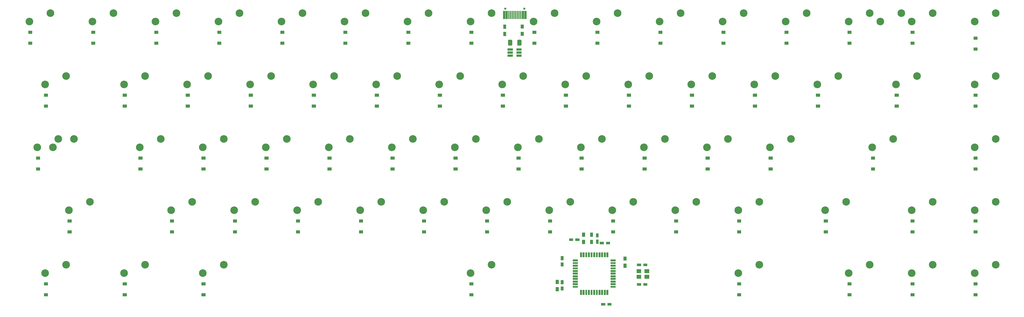
<source format=gbs>
%TF.GenerationSoftware,KiCad,Pcbnew,(5.1.8)-1*%
%TF.CreationDate,2020-12-06T22:59:07+09:00*%
%TF.ProjectId,Kyuu,4b797575-2e6b-4696-9361-645f70636258,rev?*%
%TF.SameCoordinates,Original*%
%TF.FileFunction,Soldermask,Bot*%
%TF.FilePolarity,Negative*%
%FSLAX46Y46*%
G04 Gerber Fmt 4.6, Leading zero omitted, Abs format (unit mm)*
G04 Created by KiCad (PCBNEW (5.1.8)-1) date 2020-12-06 22:59:07*
%MOMM*%
%LPD*%
G01*
G04 APERTURE LIST*
%ADD10C,0.670000*%
%ADD11C,2.306000*%
G04 APERTURE END LIST*
%TO.C,USB1*%
G36*
G01*
X236315000Y-101475000D02*
X236315000Y-99025000D01*
G75*
G02*
X236325000Y-99015000I10000J0D01*
G01*
X236925000Y-99015000D01*
G75*
G02*
X236935000Y-99025000I0J-10000D01*
G01*
X236935000Y-101475000D01*
G75*
G02*
X236925000Y-101485000I-10000J0D01*
G01*
X236325000Y-101485000D01*
G75*
G02*
X236315000Y-101475000I0J10000D01*
G01*
G37*
G36*
G01*
X229865000Y-101475000D02*
X229865000Y-99025000D01*
G75*
G02*
X229875000Y-99015000I10000J0D01*
G01*
X230475000Y-99015000D01*
G75*
G02*
X230485000Y-99025000I0J-10000D01*
G01*
X230485000Y-101475000D01*
G75*
G02*
X230475000Y-101485000I-10000J0D01*
G01*
X229875000Y-101485000D01*
G75*
G02*
X229865000Y-101475000I0J10000D01*
G01*
G37*
G36*
G01*
X235540000Y-101475000D02*
X235540000Y-99025000D01*
G75*
G02*
X235550000Y-99015000I10000J0D01*
G01*
X236150000Y-99015000D01*
G75*
G02*
X236160000Y-99025000I0J-10000D01*
G01*
X236160000Y-101475000D01*
G75*
G02*
X236150000Y-101485000I-10000J0D01*
G01*
X235550000Y-101485000D01*
G75*
G02*
X235540000Y-101475000I0J10000D01*
G01*
G37*
G36*
G01*
X230640000Y-101475000D02*
X230640000Y-99025000D01*
G75*
G02*
X230650000Y-99015000I10000J0D01*
G01*
X231250000Y-99015000D01*
G75*
G02*
X231260000Y-99025000I0J-10000D01*
G01*
X231260000Y-101475000D01*
G75*
G02*
X231250000Y-101485000I-10000J0D01*
G01*
X230650000Y-101485000D01*
G75*
G02*
X230640000Y-101475000I0J10000D01*
G01*
G37*
G36*
G01*
X231490000Y-101475000D02*
X231490000Y-99025000D01*
G75*
G02*
X231500000Y-99015000I10000J0D01*
G01*
X231800000Y-99015000D01*
G75*
G02*
X231810000Y-99025000I0J-10000D01*
G01*
X231810000Y-101475000D01*
G75*
G02*
X231800000Y-101485000I-10000J0D01*
G01*
X231500000Y-101485000D01*
G75*
G02*
X231490000Y-101475000I0J10000D01*
G01*
G37*
G36*
G01*
X234990000Y-101475000D02*
X234990000Y-99025000D01*
G75*
G02*
X235000000Y-99015000I10000J0D01*
G01*
X235300000Y-99015000D01*
G75*
G02*
X235310000Y-99025000I0J-10000D01*
G01*
X235310000Y-101475000D01*
G75*
G02*
X235300000Y-101485000I-10000J0D01*
G01*
X235000000Y-101485000D01*
G75*
G02*
X234990000Y-101475000I0J10000D01*
G01*
G37*
G36*
G01*
X231990000Y-101475000D02*
X231990000Y-99025000D01*
G75*
G02*
X232000000Y-99015000I10000J0D01*
G01*
X232300000Y-99015000D01*
G75*
G02*
X232310000Y-99025000I0J-10000D01*
G01*
X232310000Y-101475000D01*
G75*
G02*
X232300000Y-101485000I-10000J0D01*
G01*
X232000000Y-101485000D01*
G75*
G02*
X231990000Y-101475000I0J10000D01*
G01*
G37*
G36*
G01*
X234490000Y-101475000D02*
X234490000Y-99025000D01*
G75*
G02*
X234500000Y-99015000I10000J0D01*
G01*
X234800000Y-99015000D01*
G75*
G02*
X234810000Y-99025000I0J-10000D01*
G01*
X234810000Y-101475000D01*
G75*
G02*
X234800000Y-101485000I-10000J0D01*
G01*
X234500000Y-101485000D01*
G75*
G02*
X234490000Y-101475000I0J10000D01*
G01*
G37*
G36*
G01*
X232490000Y-101475000D02*
X232490000Y-99025000D01*
G75*
G02*
X232500000Y-99015000I10000J0D01*
G01*
X232800000Y-99015000D01*
G75*
G02*
X232810000Y-99025000I0J-10000D01*
G01*
X232810000Y-101475000D01*
G75*
G02*
X232800000Y-101485000I-10000J0D01*
G01*
X232500000Y-101485000D01*
G75*
G02*
X232490000Y-101475000I0J10000D01*
G01*
G37*
G36*
G01*
X233990000Y-101475000D02*
X233990000Y-99025000D01*
G75*
G02*
X234000000Y-99015000I10000J0D01*
G01*
X234300000Y-99015000D01*
G75*
G02*
X234310000Y-99025000I0J-10000D01*
G01*
X234310000Y-101475000D01*
G75*
G02*
X234300000Y-101485000I-10000J0D01*
G01*
X234000000Y-101485000D01*
G75*
G02*
X233990000Y-101475000I0J10000D01*
G01*
G37*
G36*
G01*
X233490000Y-101475000D02*
X233490000Y-99025000D01*
G75*
G02*
X233500000Y-99015000I10000J0D01*
G01*
X233800000Y-99015000D01*
G75*
G02*
X233810000Y-99025000I0J-10000D01*
G01*
X233810000Y-101475000D01*
G75*
G02*
X233800000Y-101485000I-10000J0D01*
G01*
X233500000Y-101485000D01*
G75*
G02*
X233490000Y-101475000I0J10000D01*
G01*
G37*
G36*
G01*
X232990000Y-101475000D02*
X232990000Y-99025000D01*
G75*
G02*
X233000000Y-99015000I10000J0D01*
G01*
X233300000Y-99015000D01*
G75*
G02*
X233310000Y-99025000I0J-10000D01*
G01*
X233310000Y-101475000D01*
G75*
G02*
X233300000Y-101485000I-10000J0D01*
G01*
X233000000Y-101485000D01*
G75*
G02*
X232990000Y-101475000I0J10000D01*
G01*
G37*
D10*
X236290000Y-98305000D03*
X230510000Y-98305000D03*
%TD*%
%TO.C,U2*%
G36*
G01*
X233890800Y-111968200D02*
X233890800Y-111318200D01*
G75*
G02*
X233900800Y-111308200I10000J0D01*
G01*
X235460800Y-111308200D01*
G75*
G02*
X235470800Y-111318200I0J-10000D01*
G01*
X235470800Y-111968200D01*
G75*
G02*
X235460800Y-111978200I-10000J0D01*
G01*
X233900800Y-111978200D01*
G75*
G02*
X233890800Y-111968200I0J10000D01*
G01*
G37*
G36*
G01*
X233890800Y-112918200D02*
X233890800Y-112268200D01*
G75*
G02*
X233900800Y-112258200I10000J0D01*
G01*
X235460800Y-112258200D01*
G75*
G02*
X235470800Y-112268200I0J-10000D01*
G01*
X235470800Y-112918200D01*
G75*
G02*
X235460800Y-112928200I-10000J0D01*
G01*
X233900800Y-112928200D01*
G75*
G02*
X233890800Y-112918200I0J10000D01*
G01*
G37*
G36*
G01*
X233890800Y-111018200D02*
X233890800Y-110368200D01*
G75*
G02*
X233900800Y-110358200I10000J0D01*
G01*
X235460800Y-110358200D01*
G75*
G02*
X235470800Y-110368200I0J-10000D01*
G01*
X235470800Y-111018200D01*
G75*
G02*
X235460800Y-111028200I-10000J0D01*
G01*
X233900800Y-111028200D01*
G75*
G02*
X233890800Y-111018200I0J10000D01*
G01*
G37*
G36*
G01*
X231190800Y-111018200D02*
X231190800Y-110368200D01*
G75*
G02*
X231200800Y-110358200I10000J0D01*
G01*
X232760800Y-110358200D01*
G75*
G02*
X232770800Y-110368200I0J-10000D01*
G01*
X232770800Y-111018200D01*
G75*
G02*
X232760800Y-111028200I-10000J0D01*
G01*
X231200800Y-111028200D01*
G75*
G02*
X231190800Y-111018200I0J10000D01*
G01*
G37*
G36*
G01*
X231190800Y-111968200D02*
X231190800Y-111318200D01*
G75*
G02*
X231200800Y-111308200I10000J0D01*
G01*
X232760800Y-111308200D01*
G75*
G02*
X232770800Y-111318200I0J-10000D01*
G01*
X232770800Y-111968200D01*
G75*
G02*
X232760800Y-111978200I-10000J0D01*
G01*
X231200800Y-111978200D01*
G75*
G02*
X231190800Y-111968200I0J10000D01*
G01*
G37*
G36*
G01*
X231190800Y-112918200D02*
X231190800Y-112268200D01*
G75*
G02*
X231200800Y-112258200I10000J0D01*
G01*
X232760800Y-112258200D01*
G75*
G02*
X232770800Y-112268200I0J-10000D01*
G01*
X232770800Y-112918200D01*
G75*
G02*
X232760800Y-112928200I-10000J0D01*
G01*
X231200800Y-112928200D01*
G75*
G02*
X231190800Y-112918200I0J10000D01*
G01*
G37*
%TD*%
%TO.C,F1*%
G36*
G01*
X234146600Y-109277000D02*
X234146600Y-108015000D01*
G75*
G02*
X234400600Y-107761000I254000J0D01*
G01*
X235162600Y-107761000D01*
G75*
G02*
X235416600Y-108015000I0J-254000D01*
G01*
X235416600Y-109277000D01*
G75*
G02*
X235162600Y-109531000I-254000J0D01*
G01*
X234400600Y-109531000D01*
G75*
G02*
X234146600Y-109277000I0J254000D01*
G01*
G37*
G36*
G01*
X231346600Y-109277000D02*
X231346600Y-108015000D01*
G75*
G02*
X231600600Y-107761000I254000J0D01*
G01*
X232362600Y-107761000D01*
G75*
G02*
X232616600Y-108015000I0J-254000D01*
G01*
X232616600Y-109277000D01*
G75*
G02*
X232362600Y-109531000I-254000J0D01*
G01*
X231600600Y-109531000D01*
G75*
G02*
X231346600Y-109277000I0J254000D01*
G01*
G37*
%TD*%
%TO.C,D44*%
G36*
G01*
X373262500Y-111010000D02*
X372062500Y-111010000D01*
G75*
G02*
X372052500Y-111000000I0J10000D01*
G01*
X372052500Y-110100000D01*
G75*
G02*
X372062500Y-110090000I10000J0D01*
G01*
X373262500Y-110090000D01*
G75*
G02*
X373272500Y-110100000I0J-10000D01*
G01*
X373272500Y-111000000D01*
G75*
G02*
X373262500Y-111010000I-10000J0D01*
G01*
G37*
G36*
G01*
X373262500Y-107710000D02*
X372062500Y-107710000D01*
G75*
G02*
X372052500Y-107700000I0J10000D01*
G01*
X372052500Y-106800000D01*
G75*
G02*
X372062500Y-106790000I10000J0D01*
G01*
X373262500Y-106790000D01*
G75*
G02*
X373272500Y-106800000I0J-10000D01*
G01*
X373272500Y-107700000D01*
G75*
G02*
X373262500Y-107710000I-10000J0D01*
G01*
G37*
%TD*%
D11*
%TO.C,K42*%
X378777500Y-99695000D03*
X372427500Y-102235000D03*
%TD*%
%TO.C,K35*%
X221615000Y-137795000D03*
X215265000Y-140335000D03*
%TD*%
%TO.C,K59*%
X145415000Y-175895000D03*
X139065000Y-178435000D03*
%TD*%
%TO.C,K42*%
X378777500Y-137795000D03*
X372427500Y-140335000D03*
%TD*%
%TO.C,K17*%
X140652500Y-118745000D03*
X134302500Y-121285000D03*
%TD*%
%TO.C,K24*%
X274002500Y-118745000D03*
X267652500Y-121285000D03*
%TD*%
%TO.C,K2*%
X131127500Y-99695000D03*
X124777500Y-102235000D03*
%TD*%
%TO.C,C1*%
G36*
G01*
X248081250Y-176416250D02*
X247331250Y-176416250D01*
G75*
G02*
X247321250Y-176406250I0J10000D01*
G01*
X247321250Y-175206250D01*
G75*
G02*
X247331250Y-175196250I10000J0D01*
G01*
X248081250Y-175196250D01*
G75*
G02*
X248091250Y-175206250I0J-10000D01*
G01*
X248091250Y-176406250D01*
G75*
G02*
X248081250Y-176416250I-10000J0D01*
G01*
G37*
G36*
G01*
X248081250Y-174516250D02*
X247331250Y-174516250D01*
G75*
G02*
X247321250Y-174506250I0J10000D01*
G01*
X247321250Y-173306250D01*
G75*
G02*
X247331250Y-173296250I10000J0D01*
G01*
X248081250Y-173296250D01*
G75*
G02*
X248091250Y-173306250I0J-10000D01*
G01*
X248091250Y-174506250D01*
G75*
G02*
X248081250Y-174516250I-10000J0D01*
G01*
G37*
%TD*%
%TO.C,C2*%
G36*
G01*
X247331250Y-180596250D02*
X248081250Y-180596250D01*
G75*
G02*
X248091250Y-180606250I0J-10000D01*
G01*
X248091250Y-181806250D01*
G75*
G02*
X248081250Y-181816250I-10000J0D01*
G01*
X247331250Y-181816250D01*
G75*
G02*
X247321250Y-181806250I0J10000D01*
G01*
X247321250Y-180606250D01*
G75*
G02*
X247331250Y-180596250I10000J0D01*
G01*
G37*
G36*
G01*
X247331250Y-182496250D02*
X248081250Y-182496250D01*
G75*
G02*
X248091250Y-182506250I0J-10000D01*
G01*
X248091250Y-183706250D01*
G75*
G02*
X248081250Y-183716250I-10000J0D01*
G01*
X247331250Y-183716250D01*
G75*
G02*
X247321250Y-183706250I0J10000D01*
G01*
X247321250Y-182506250D01*
G75*
G02*
X247331250Y-182496250I10000J0D01*
G01*
G37*
%TD*%
%TO.C,C3*%
G36*
G01*
X262616250Y-187531250D02*
X262616250Y-188281250D01*
G75*
G02*
X262606250Y-188291250I-10000J0D01*
G01*
X261406250Y-188291250D01*
G75*
G02*
X261396250Y-188281250I0J10000D01*
G01*
X261396250Y-187531250D01*
G75*
G02*
X261406250Y-187521250I10000J0D01*
G01*
X262606250Y-187521250D01*
G75*
G02*
X262616250Y-187531250I0J-10000D01*
G01*
G37*
G36*
G01*
X260716250Y-187531250D02*
X260716250Y-188281250D01*
G75*
G02*
X260706250Y-188291250I-10000J0D01*
G01*
X259506250Y-188291250D01*
G75*
G02*
X259496250Y-188281250I0J10000D01*
G01*
X259496250Y-187531250D01*
G75*
G02*
X259506250Y-187521250I10000J0D01*
G01*
X260706250Y-187521250D01*
G75*
G02*
X260716250Y-187531250I0J-10000D01*
G01*
G37*
%TD*%
%TO.C,C4*%
G36*
G01*
X262216250Y-168931250D02*
X262216250Y-169681250D01*
G75*
G02*
X262206250Y-169691250I-10000J0D01*
G01*
X261006250Y-169691250D01*
G75*
G02*
X260996250Y-169681250I0J10000D01*
G01*
X260996250Y-168931250D01*
G75*
G02*
X261006250Y-168921250I10000J0D01*
G01*
X262206250Y-168921250D01*
G75*
G02*
X262216250Y-168931250I0J-10000D01*
G01*
G37*
G36*
G01*
X260316250Y-168931250D02*
X260316250Y-169681250D01*
G75*
G02*
X260306250Y-169691250I-10000J0D01*
G01*
X259106250Y-169691250D01*
G75*
G02*
X259096250Y-169681250I0J10000D01*
G01*
X259096250Y-168931250D01*
G75*
G02*
X259106250Y-168921250I10000J0D01*
G01*
X260306250Y-168921250D01*
G75*
G02*
X260316250Y-168931250I0J-10000D01*
G01*
G37*
%TD*%
%TO.C,C5*%
G36*
G01*
X249796250Y-168681250D02*
X249796250Y-167931250D01*
G75*
G02*
X249806250Y-167921250I10000J0D01*
G01*
X251006250Y-167921250D01*
G75*
G02*
X251016250Y-167931250I0J-10000D01*
G01*
X251016250Y-168681250D01*
G75*
G02*
X251006250Y-168691250I-10000J0D01*
G01*
X249806250Y-168691250D01*
G75*
G02*
X249796250Y-168681250I0J10000D01*
G01*
G37*
G36*
G01*
X251696250Y-168681250D02*
X251696250Y-167931250D01*
G75*
G02*
X251706250Y-167921250I10000J0D01*
G01*
X252906250Y-167921250D01*
G75*
G02*
X252916250Y-167931250I0J-10000D01*
G01*
X252916250Y-168681250D01*
G75*
G02*
X252906250Y-168691250I-10000J0D01*
G01*
X251706250Y-168691250D01*
G75*
G02*
X251696250Y-168681250I0J10000D01*
G01*
G37*
%TD*%
%TO.C,C6*%
G36*
G01*
X258681250Y-169516250D02*
X257931250Y-169516250D01*
G75*
G02*
X257921250Y-169506250I0J10000D01*
G01*
X257921250Y-168306250D01*
G75*
G02*
X257931250Y-168296250I10000J0D01*
G01*
X258681250Y-168296250D01*
G75*
G02*
X258691250Y-168306250I0J-10000D01*
G01*
X258691250Y-169506250D01*
G75*
G02*
X258681250Y-169516250I-10000J0D01*
G01*
G37*
G36*
G01*
X258681250Y-167616250D02*
X257931250Y-167616250D01*
G75*
G02*
X257921250Y-167606250I0J10000D01*
G01*
X257921250Y-166406250D01*
G75*
G02*
X257931250Y-166396250I10000J0D01*
G01*
X258681250Y-166396250D01*
G75*
G02*
X258691250Y-166406250I0J-10000D01*
G01*
X258691250Y-167606250D01*
G75*
G02*
X258681250Y-167616250I-10000J0D01*
G01*
G37*
%TD*%
%TO.C,C7*%
G36*
G01*
X270346250Y-176281250D02*
X270346250Y-175531250D01*
G75*
G02*
X270356250Y-175521250I10000J0D01*
G01*
X271556250Y-175521250D01*
G75*
G02*
X271566250Y-175531250I0J-10000D01*
G01*
X271566250Y-176281250D01*
G75*
G02*
X271556250Y-176291250I-10000J0D01*
G01*
X270356250Y-176291250D01*
G75*
G02*
X270346250Y-176281250I0J10000D01*
G01*
G37*
G36*
G01*
X272246250Y-176281250D02*
X272246250Y-175531250D01*
G75*
G02*
X272256250Y-175521250I10000J0D01*
G01*
X273456250Y-175521250D01*
G75*
G02*
X273466250Y-175531250I0J-10000D01*
G01*
X273466250Y-176281250D01*
G75*
G02*
X273456250Y-176291250I-10000J0D01*
G01*
X272256250Y-176291250D01*
G75*
G02*
X272246250Y-176281250I0J10000D01*
G01*
G37*
%TD*%
%TO.C,C8*%
G36*
G01*
X273466250Y-181531250D02*
X273466250Y-182281250D01*
G75*
G02*
X273456250Y-182291250I-10000J0D01*
G01*
X272256250Y-182291250D01*
G75*
G02*
X272246250Y-182281250I0J10000D01*
G01*
X272246250Y-181531250D01*
G75*
G02*
X272256250Y-181521250I10000J0D01*
G01*
X273456250Y-181521250D01*
G75*
G02*
X273466250Y-181531250I0J-10000D01*
G01*
G37*
G36*
G01*
X271566250Y-181531250D02*
X271566250Y-182281250D01*
G75*
G02*
X271556250Y-182291250I-10000J0D01*
G01*
X270356250Y-182291250D01*
G75*
G02*
X270346250Y-182281250I0J10000D01*
G01*
X270346250Y-181531250D01*
G75*
G02*
X270356250Y-181521250I10000J0D01*
G01*
X271556250Y-181521250D01*
G75*
G02*
X271566250Y-181531250I0J-10000D01*
G01*
G37*
%TD*%
%TO.C,K0*%
X93027500Y-99695000D03*
X86677500Y-102235000D03*
%TD*%
%TO.C,K1*%
X112077500Y-99695000D03*
X105727500Y-102235000D03*
%TD*%
%TO.C,K3*%
X150177500Y-99695000D03*
X143827500Y-102235000D03*
%TD*%
%TO.C,K4*%
X169227500Y-99695000D03*
X162877500Y-102235000D03*
%TD*%
%TO.C,K5*%
X188277500Y-99695000D03*
X181927500Y-102235000D03*
%TD*%
%TO.C,K6*%
X207327500Y-99695000D03*
X200977500Y-102235000D03*
%TD*%
%TO.C,K7*%
X226377500Y-99695000D03*
X220027500Y-102235000D03*
%TD*%
%TO.C,K8*%
X245427500Y-99695000D03*
X239077500Y-102235000D03*
%TD*%
%TO.C,K9*%
X264477500Y-99695000D03*
X258127500Y-102235000D03*
%TD*%
%TO.C,K10*%
X283527500Y-99695000D03*
X277177500Y-102235000D03*
%TD*%
%TO.C,K11*%
X302577500Y-99695000D03*
X296227500Y-102235000D03*
%TD*%
%TO.C,K12*%
X321627500Y-99695000D03*
X315277500Y-102235000D03*
%TD*%
%TO.C,K13*%
X350202500Y-99695000D03*
X343852500Y-102235000D03*
%TD*%
%TO.C,K13_1*%
X340677500Y-99695000D03*
X334327500Y-102235000D03*
%TD*%
%TO.C,K14*%
X359727500Y-99695000D03*
X353377500Y-102235000D03*
%TD*%
%TO.C,K15*%
X97790000Y-118745000D03*
X91440000Y-121285000D03*
%TD*%
%TO.C,K16*%
X121602500Y-118745000D03*
X115252500Y-121285000D03*
%TD*%
%TO.C,K18*%
X159702500Y-118745000D03*
X153352500Y-121285000D03*
%TD*%
%TO.C,K19*%
X178752500Y-118745000D03*
X172402500Y-121285000D03*
%TD*%
%TO.C,K20*%
X197802500Y-118745000D03*
X191452500Y-121285000D03*
%TD*%
%TO.C,K21*%
X216852500Y-118745000D03*
X210502500Y-121285000D03*
%TD*%
%TO.C,K22*%
X235902500Y-118745000D03*
X229552500Y-121285000D03*
%TD*%
%TO.C,K23*%
X254952500Y-118745000D03*
X248602500Y-121285000D03*
%TD*%
%TO.C,K25*%
X293052500Y-118745000D03*
X286702500Y-121285000D03*
%TD*%
%TO.C,K26*%
X312102500Y-118745000D03*
X305752500Y-121285000D03*
%TD*%
%TO.C,K29*%
X100171250Y-137795000D03*
X93821250Y-140335000D03*
%TD*%
%TO.C,K29_1*%
X95408750Y-137795000D03*
X89058750Y-140335000D03*
%TD*%
%TO.C,K30*%
X126365000Y-137795000D03*
X120015000Y-140335000D03*
%TD*%
%TO.C,K31*%
X145415000Y-137795000D03*
X139065000Y-140335000D03*
%TD*%
%TO.C,K32*%
X164465000Y-137795000D03*
X158115000Y-140335000D03*
%TD*%
%TO.C,K33*%
X183515000Y-137795000D03*
X177165000Y-140335000D03*
%TD*%
%TO.C,K34*%
X202565000Y-137795000D03*
X196215000Y-140335000D03*
%TD*%
%TO.C,K36*%
X240665000Y-137795000D03*
X234315000Y-140335000D03*
%TD*%
%TO.C,K37*%
X259715000Y-137795000D03*
X253365000Y-140335000D03*
%TD*%
%TO.C,K38*%
X278765000Y-137795000D03*
X272415000Y-140335000D03*
%TD*%
%TO.C,K39*%
X297815000Y-137795000D03*
X291465000Y-140335000D03*
%TD*%
%TO.C,K40*%
X316865000Y-137795000D03*
X310515000Y-140335000D03*
%TD*%
%TO.C,K41*%
X347821250Y-137795000D03*
X341471250Y-140335000D03*
%TD*%
%TO.C,K44*%
X135890000Y-156845000D03*
X129540000Y-159385000D03*
%TD*%
%TO.C,K45*%
X154940000Y-156845000D03*
X148590000Y-159385000D03*
%TD*%
%TO.C,K46*%
X173990000Y-156845000D03*
X167640000Y-159385000D03*
%TD*%
%TO.C,K47*%
X193040000Y-156845000D03*
X186690000Y-159385000D03*
%TD*%
%TO.C,K48*%
X212090000Y-156845000D03*
X205740000Y-159385000D03*
%TD*%
%TO.C,K49*%
X231140000Y-156845000D03*
X224790000Y-159385000D03*
%TD*%
%TO.C,K50*%
X250190000Y-156845000D03*
X243840000Y-159385000D03*
%TD*%
%TO.C,K51*%
X269240000Y-156845000D03*
X262890000Y-159385000D03*
%TD*%
%TO.C,K52*%
X288290000Y-156845000D03*
X281940000Y-159385000D03*
%TD*%
%TO.C,K53*%
X307340000Y-156845000D03*
X300990000Y-159385000D03*
%TD*%
%TO.C,K54*%
X333533750Y-156845000D03*
X327183750Y-159385000D03*
%TD*%
%TO.C,K55*%
X359727500Y-156845000D03*
X353377500Y-159385000D03*
%TD*%
%TO.C,K62*%
X340677500Y-175895000D03*
X334327500Y-178435000D03*
%TD*%
%TO.C,K63*%
X359727500Y-175895000D03*
X353377500Y-178435000D03*
%TD*%
%TO.C,K64*%
X378777500Y-175895000D03*
X372427500Y-178435000D03*
%TD*%
%TO.C,R1*%
G36*
G01*
X229906250Y-103196250D02*
X230806250Y-103196250D01*
G75*
G02*
X230816250Y-103206250I0J-10000D01*
G01*
X230816250Y-104406250D01*
G75*
G02*
X230806250Y-104416250I-10000J0D01*
G01*
X229906250Y-104416250D01*
G75*
G02*
X229896250Y-104406250I0J10000D01*
G01*
X229896250Y-103206250D01*
G75*
G02*
X229906250Y-103196250I10000J0D01*
G01*
G37*
G36*
G01*
X229906250Y-105396250D02*
X230806250Y-105396250D01*
G75*
G02*
X230816250Y-105406250I0J-10000D01*
G01*
X230816250Y-106606250D01*
G75*
G02*
X230806250Y-106616250I-10000J0D01*
G01*
X229906250Y-106616250D01*
G75*
G02*
X229896250Y-106606250I0J10000D01*
G01*
X229896250Y-105406250D01*
G75*
G02*
X229906250Y-105396250I10000J0D01*
G01*
G37*
%TD*%
%TO.C,R2*%
G36*
G01*
X235166800Y-103176800D02*
X236066800Y-103176800D01*
G75*
G02*
X236076800Y-103186800I0J-10000D01*
G01*
X236076800Y-104386800D01*
G75*
G02*
X236066800Y-104396800I-10000J0D01*
G01*
X235166800Y-104396800D01*
G75*
G02*
X235156800Y-104386800I0J10000D01*
G01*
X235156800Y-103186800D01*
G75*
G02*
X235166800Y-103176800I10000J0D01*
G01*
G37*
G36*
G01*
X235166800Y-105376800D02*
X236066800Y-105376800D01*
G75*
G02*
X236076800Y-105386800I0J-10000D01*
G01*
X236076800Y-106586800D01*
G75*
G02*
X236066800Y-106596800I-10000J0D01*
G01*
X235166800Y-106596800D01*
G75*
G02*
X235156800Y-106586800I0J10000D01*
G01*
X235156800Y-105386800D01*
G75*
G02*
X235166800Y-105376800I10000J0D01*
G01*
G37*
%TD*%
%TO.C,R3*%
G36*
G01*
X253750000Y-166190000D02*
X254650000Y-166190000D01*
G75*
G02*
X254660000Y-166200000I0J-10000D01*
G01*
X254660000Y-167400000D01*
G75*
G02*
X254650000Y-167410000I-10000J0D01*
G01*
X253750000Y-167410000D01*
G75*
G02*
X253740000Y-167400000I0J10000D01*
G01*
X253740000Y-166200000D01*
G75*
G02*
X253750000Y-166190000I10000J0D01*
G01*
G37*
G36*
G01*
X253750000Y-168390000D02*
X254650000Y-168390000D01*
G75*
G02*
X254660000Y-168400000I0J-10000D01*
G01*
X254660000Y-169600000D01*
G75*
G02*
X254650000Y-169610000I-10000J0D01*
G01*
X253750000Y-169610000D01*
G75*
G02*
X253740000Y-169600000I0J10000D01*
G01*
X253740000Y-168400000D01*
G75*
G02*
X253750000Y-168390000I10000J0D01*
G01*
G37*
%TD*%
%TO.C,R4*%
G36*
G01*
X256150000Y-166190000D02*
X257050000Y-166190000D01*
G75*
G02*
X257060000Y-166200000I0J-10000D01*
G01*
X257060000Y-167400000D01*
G75*
G02*
X257050000Y-167410000I-10000J0D01*
G01*
X256150000Y-167410000D01*
G75*
G02*
X256140000Y-167400000I0J10000D01*
G01*
X256140000Y-166200000D01*
G75*
G02*
X256150000Y-166190000I10000J0D01*
G01*
G37*
G36*
G01*
X256150000Y-168390000D02*
X257050000Y-168390000D01*
G75*
G02*
X257060000Y-168400000I0J-10000D01*
G01*
X257060000Y-169600000D01*
G75*
G02*
X257050000Y-169610000I-10000J0D01*
G01*
X256150000Y-169610000D01*
G75*
G02*
X256140000Y-169600000I0J10000D01*
G01*
X256140000Y-168400000D01*
G75*
G02*
X256150000Y-168390000I10000J0D01*
G01*
G37*
%TD*%
%TO.C,R5*%
G36*
G01*
X267150000Y-176822500D02*
X266250000Y-176822500D01*
G75*
G02*
X266240000Y-176812500I0J10000D01*
G01*
X266240000Y-175612500D01*
G75*
G02*
X266250000Y-175602500I10000J0D01*
G01*
X267150000Y-175602500D01*
G75*
G02*
X267160000Y-175612500I0J-10000D01*
G01*
X267160000Y-176812500D01*
G75*
G02*
X267150000Y-176822500I-10000J0D01*
G01*
G37*
G36*
G01*
X267150000Y-174622500D02*
X266250000Y-174622500D01*
G75*
G02*
X266240000Y-174612500I0J10000D01*
G01*
X266240000Y-173412500D01*
G75*
G02*
X266250000Y-173402500I10000J0D01*
G01*
X267150000Y-173402500D01*
G75*
G02*
X267160000Y-173412500I0J-10000D01*
G01*
X267160000Y-174612500D01*
G75*
G02*
X267150000Y-174622500I-10000J0D01*
G01*
G37*
%TD*%
%TO.C,R6*%
G36*
G01*
X245750000Y-180490000D02*
X246650000Y-180490000D01*
G75*
G02*
X246660000Y-180500000I0J-10000D01*
G01*
X246660000Y-181700000D01*
G75*
G02*
X246650000Y-181710000I-10000J0D01*
G01*
X245750000Y-181710000D01*
G75*
G02*
X245740000Y-181700000I0J10000D01*
G01*
X245740000Y-180500000D01*
G75*
G02*
X245750000Y-180490000I10000J0D01*
G01*
G37*
G36*
G01*
X245750000Y-182690000D02*
X246650000Y-182690000D01*
G75*
G02*
X246660000Y-182700000I0J-10000D01*
G01*
X246660000Y-183900000D01*
G75*
G02*
X246650000Y-183910000I-10000J0D01*
G01*
X245750000Y-183910000D01*
G75*
G02*
X245740000Y-183900000I0J10000D01*
G01*
X245740000Y-182700000D01*
G75*
G02*
X245750000Y-182690000I10000J0D01*
G01*
G37*
%TD*%
%TO.C,U1*%
G36*
G01*
X253125000Y-172133750D02*
X253675000Y-172133750D01*
G75*
G02*
X253685000Y-172143750I0J-10000D01*
G01*
X253685000Y-173643750D01*
G75*
G02*
X253675000Y-173653750I-10000J0D01*
G01*
X253125000Y-173653750D01*
G75*
G02*
X253115000Y-173643750I0J10000D01*
G01*
X253115000Y-172143750D01*
G75*
G02*
X253125000Y-172133750I10000J0D01*
G01*
G37*
G36*
G01*
X253925000Y-172133750D02*
X254475000Y-172133750D01*
G75*
G02*
X254485000Y-172143750I0J-10000D01*
G01*
X254485000Y-173643750D01*
G75*
G02*
X254475000Y-173653750I-10000J0D01*
G01*
X253925000Y-173653750D01*
G75*
G02*
X253915000Y-173643750I0J10000D01*
G01*
X253915000Y-172143750D01*
G75*
G02*
X253925000Y-172133750I10000J0D01*
G01*
G37*
G36*
G01*
X254725000Y-172133750D02*
X255275000Y-172133750D01*
G75*
G02*
X255285000Y-172143750I0J-10000D01*
G01*
X255285000Y-173643750D01*
G75*
G02*
X255275000Y-173653750I-10000J0D01*
G01*
X254725000Y-173653750D01*
G75*
G02*
X254715000Y-173643750I0J10000D01*
G01*
X254715000Y-172143750D01*
G75*
G02*
X254725000Y-172133750I10000J0D01*
G01*
G37*
G36*
G01*
X255525000Y-172133750D02*
X256075000Y-172133750D01*
G75*
G02*
X256085000Y-172143750I0J-10000D01*
G01*
X256085000Y-173643750D01*
G75*
G02*
X256075000Y-173653750I-10000J0D01*
G01*
X255525000Y-173653750D01*
G75*
G02*
X255515000Y-173643750I0J10000D01*
G01*
X255515000Y-172143750D01*
G75*
G02*
X255525000Y-172133750I10000J0D01*
G01*
G37*
G36*
G01*
X256325000Y-172133750D02*
X256875000Y-172133750D01*
G75*
G02*
X256885000Y-172143750I0J-10000D01*
G01*
X256885000Y-173643750D01*
G75*
G02*
X256875000Y-173653750I-10000J0D01*
G01*
X256325000Y-173653750D01*
G75*
G02*
X256315000Y-173643750I0J10000D01*
G01*
X256315000Y-172143750D01*
G75*
G02*
X256325000Y-172133750I10000J0D01*
G01*
G37*
G36*
G01*
X257125000Y-172133750D02*
X257675000Y-172133750D01*
G75*
G02*
X257685000Y-172143750I0J-10000D01*
G01*
X257685000Y-173643750D01*
G75*
G02*
X257675000Y-173653750I-10000J0D01*
G01*
X257125000Y-173653750D01*
G75*
G02*
X257115000Y-173643750I0J10000D01*
G01*
X257115000Y-172143750D01*
G75*
G02*
X257125000Y-172133750I10000J0D01*
G01*
G37*
G36*
G01*
X257925000Y-172133750D02*
X258475000Y-172133750D01*
G75*
G02*
X258485000Y-172143750I0J-10000D01*
G01*
X258485000Y-173643750D01*
G75*
G02*
X258475000Y-173653750I-10000J0D01*
G01*
X257925000Y-173653750D01*
G75*
G02*
X257915000Y-173643750I0J10000D01*
G01*
X257915000Y-172143750D01*
G75*
G02*
X257925000Y-172133750I10000J0D01*
G01*
G37*
G36*
G01*
X258725000Y-172133750D02*
X259275000Y-172133750D01*
G75*
G02*
X259285000Y-172143750I0J-10000D01*
G01*
X259285000Y-173643750D01*
G75*
G02*
X259275000Y-173653750I-10000J0D01*
G01*
X258725000Y-173653750D01*
G75*
G02*
X258715000Y-173643750I0J10000D01*
G01*
X258715000Y-172143750D01*
G75*
G02*
X258725000Y-172133750I10000J0D01*
G01*
G37*
G36*
G01*
X259525000Y-172133750D02*
X260075000Y-172133750D01*
G75*
G02*
X260085000Y-172143750I0J-10000D01*
G01*
X260085000Y-173643750D01*
G75*
G02*
X260075000Y-173653750I-10000J0D01*
G01*
X259525000Y-173653750D01*
G75*
G02*
X259515000Y-173643750I0J10000D01*
G01*
X259515000Y-172143750D01*
G75*
G02*
X259525000Y-172133750I10000J0D01*
G01*
G37*
G36*
G01*
X260325000Y-172133750D02*
X260875000Y-172133750D01*
G75*
G02*
X260885000Y-172143750I0J-10000D01*
G01*
X260885000Y-173643750D01*
G75*
G02*
X260875000Y-173653750I-10000J0D01*
G01*
X260325000Y-173653750D01*
G75*
G02*
X260315000Y-173643750I0J10000D01*
G01*
X260315000Y-172143750D01*
G75*
G02*
X260325000Y-172133750I10000J0D01*
G01*
G37*
G36*
G01*
X261125000Y-172133750D02*
X261675000Y-172133750D01*
G75*
G02*
X261685000Y-172143750I0J-10000D01*
G01*
X261685000Y-173643750D01*
G75*
G02*
X261675000Y-173653750I-10000J0D01*
G01*
X261125000Y-173653750D01*
G75*
G02*
X261115000Y-173643750I0J10000D01*
G01*
X261115000Y-172143750D01*
G75*
G02*
X261125000Y-172133750I10000J0D01*
G01*
G37*
G36*
G01*
X263860000Y-174318750D02*
X263860000Y-174868750D01*
G75*
G02*
X263850000Y-174878750I-10000J0D01*
G01*
X262350000Y-174878750D01*
G75*
G02*
X262340000Y-174868750I0J10000D01*
G01*
X262340000Y-174318750D01*
G75*
G02*
X262350000Y-174308750I10000J0D01*
G01*
X263850000Y-174308750D01*
G75*
G02*
X263860000Y-174318750I0J-10000D01*
G01*
G37*
G36*
G01*
X263860000Y-175118750D02*
X263860000Y-175668750D01*
G75*
G02*
X263850000Y-175678750I-10000J0D01*
G01*
X262350000Y-175678750D01*
G75*
G02*
X262340000Y-175668750I0J10000D01*
G01*
X262340000Y-175118750D01*
G75*
G02*
X262350000Y-175108750I10000J0D01*
G01*
X263850000Y-175108750D01*
G75*
G02*
X263860000Y-175118750I0J-10000D01*
G01*
G37*
G36*
G01*
X263860000Y-175918750D02*
X263860000Y-176468750D01*
G75*
G02*
X263850000Y-176478750I-10000J0D01*
G01*
X262350000Y-176478750D01*
G75*
G02*
X262340000Y-176468750I0J10000D01*
G01*
X262340000Y-175918750D01*
G75*
G02*
X262350000Y-175908750I10000J0D01*
G01*
X263850000Y-175908750D01*
G75*
G02*
X263860000Y-175918750I0J-10000D01*
G01*
G37*
G36*
G01*
X263860000Y-176718750D02*
X263860000Y-177268750D01*
G75*
G02*
X263850000Y-177278750I-10000J0D01*
G01*
X262350000Y-177278750D01*
G75*
G02*
X262340000Y-177268750I0J10000D01*
G01*
X262340000Y-176718750D01*
G75*
G02*
X262350000Y-176708750I10000J0D01*
G01*
X263850000Y-176708750D01*
G75*
G02*
X263860000Y-176718750I0J-10000D01*
G01*
G37*
G36*
G01*
X263860000Y-177518750D02*
X263860000Y-178068750D01*
G75*
G02*
X263850000Y-178078750I-10000J0D01*
G01*
X262350000Y-178078750D01*
G75*
G02*
X262340000Y-178068750I0J10000D01*
G01*
X262340000Y-177518750D01*
G75*
G02*
X262350000Y-177508750I10000J0D01*
G01*
X263850000Y-177508750D01*
G75*
G02*
X263860000Y-177518750I0J-10000D01*
G01*
G37*
G36*
G01*
X263860000Y-178318750D02*
X263860000Y-178868750D01*
G75*
G02*
X263850000Y-178878750I-10000J0D01*
G01*
X262350000Y-178878750D01*
G75*
G02*
X262340000Y-178868750I0J10000D01*
G01*
X262340000Y-178318750D01*
G75*
G02*
X262350000Y-178308750I10000J0D01*
G01*
X263850000Y-178308750D01*
G75*
G02*
X263860000Y-178318750I0J-10000D01*
G01*
G37*
G36*
G01*
X263860000Y-179118750D02*
X263860000Y-179668750D01*
G75*
G02*
X263850000Y-179678750I-10000J0D01*
G01*
X262350000Y-179678750D01*
G75*
G02*
X262340000Y-179668750I0J10000D01*
G01*
X262340000Y-179118750D01*
G75*
G02*
X262350000Y-179108750I10000J0D01*
G01*
X263850000Y-179108750D01*
G75*
G02*
X263860000Y-179118750I0J-10000D01*
G01*
G37*
G36*
G01*
X263860000Y-179918750D02*
X263860000Y-180468750D01*
G75*
G02*
X263850000Y-180478750I-10000J0D01*
G01*
X262350000Y-180478750D01*
G75*
G02*
X262340000Y-180468750I0J10000D01*
G01*
X262340000Y-179918750D01*
G75*
G02*
X262350000Y-179908750I10000J0D01*
G01*
X263850000Y-179908750D01*
G75*
G02*
X263860000Y-179918750I0J-10000D01*
G01*
G37*
G36*
G01*
X263860000Y-180718750D02*
X263860000Y-181268750D01*
G75*
G02*
X263850000Y-181278750I-10000J0D01*
G01*
X262350000Y-181278750D01*
G75*
G02*
X262340000Y-181268750I0J10000D01*
G01*
X262340000Y-180718750D01*
G75*
G02*
X262350000Y-180708750I10000J0D01*
G01*
X263850000Y-180708750D01*
G75*
G02*
X263860000Y-180718750I0J-10000D01*
G01*
G37*
G36*
G01*
X263860000Y-181518750D02*
X263860000Y-182068750D01*
G75*
G02*
X263850000Y-182078750I-10000J0D01*
G01*
X262350000Y-182078750D01*
G75*
G02*
X262340000Y-182068750I0J10000D01*
G01*
X262340000Y-181518750D01*
G75*
G02*
X262350000Y-181508750I10000J0D01*
G01*
X263850000Y-181508750D01*
G75*
G02*
X263860000Y-181518750I0J-10000D01*
G01*
G37*
G36*
G01*
X263860000Y-182318750D02*
X263860000Y-182868750D01*
G75*
G02*
X263850000Y-182878750I-10000J0D01*
G01*
X262350000Y-182878750D01*
G75*
G02*
X262340000Y-182868750I0J10000D01*
G01*
X262340000Y-182318750D01*
G75*
G02*
X262350000Y-182308750I10000J0D01*
G01*
X263850000Y-182308750D01*
G75*
G02*
X263860000Y-182318750I0J-10000D01*
G01*
G37*
G36*
G01*
X261125000Y-183533750D02*
X261675000Y-183533750D01*
G75*
G02*
X261685000Y-183543750I0J-10000D01*
G01*
X261685000Y-185043750D01*
G75*
G02*
X261675000Y-185053750I-10000J0D01*
G01*
X261125000Y-185053750D01*
G75*
G02*
X261115000Y-185043750I0J10000D01*
G01*
X261115000Y-183543750D01*
G75*
G02*
X261125000Y-183533750I10000J0D01*
G01*
G37*
G36*
G01*
X260325000Y-183533750D02*
X260875000Y-183533750D01*
G75*
G02*
X260885000Y-183543750I0J-10000D01*
G01*
X260885000Y-185043750D01*
G75*
G02*
X260875000Y-185053750I-10000J0D01*
G01*
X260325000Y-185053750D01*
G75*
G02*
X260315000Y-185043750I0J10000D01*
G01*
X260315000Y-183543750D01*
G75*
G02*
X260325000Y-183533750I10000J0D01*
G01*
G37*
G36*
G01*
X259525000Y-183533750D02*
X260075000Y-183533750D01*
G75*
G02*
X260085000Y-183543750I0J-10000D01*
G01*
X260085000Y-185043750D01*
G75*
G02*
X260075000Y-185053750I-10000J0D01*
G01*
X259525000Y-185053750D01*
G75*
G02*
X259515000Y-185043750I0J10000D01*
G01*
X259515000Y-183543750D01*
G75*
G02*
X259525000Y-183533750I10000J0D01*
G01*
G37*
G36*
G01*
X258725000Y-183533750D02*
X259275000Y-183533750D01*
G75*
G02*
X259285000Y-183543750I0J-10000D01*
G01*
X259285000Y-185043750D01*
G75*
G02*
X259275000Y-185053750I-10000J0D01*
G01*
X258725000Y-185053750D01*
G75*
G02*
X258715000Y-185043750I0J10000D01*
G01*
X258715000Y-183543750D01*
G75*
G02*
X258725000Y-183533750I10000J0D01*
G01*
G37*
G36*
G01*
X257925000Y-183533750D02*
X258475000Y-183533750D01*
G75*
G02*
X258485000Y-183543750I0J-10000D01*
G01*
X258485000Y-185043750D01*
G75*
G02*
X258475000Y-185053750I-10000J0D01*
G01*
X257925000Y-185053750D01*
G75*
G02*
X257915000Y-185043750I0J10000D01*
G01*
X257915000Y-183543750D01*
G75*
G02*
X257925000Y-183533750I10000J0D01*
G01*
G37*
G36*
G01*
X257125000Y-183533750D02*
X257675000Y-183533750D01*
G75*
G02*
X257685000Y-183543750I0J-10000D01*
G01*
X257685000Y-185043750D01*
G75*
G02*
X257675000Y-185053750I-10000J0D01*
G01*
X257125000Y-185053750D01*
G75*
G02*
X257115000Y-185043750I0J10000D01*
G01*
X257115000Y-183543750D01*
G75*
G02*
X257125000Y-183533750I10000J0D01*
G01*
G37*
G36*
G01*
X256325000Y-183533750D02*
X256875000Y-183533750D01*
G75*
G02*
X256885000Y-183543750I0J-10000D01*
G01*
X256885000Y-185043750D01*
G75*
G02*
X256875000Y-185053750I-10000J0D01*
G01*
X256325000Y-185053750D01*
G75*
G02*
X256315000Y-185043750I0J10000D01*
G01*
X256315000Y-183543750D01*
G75*
G02*
X256325000Y-183533750I10000J0D01*
G01*
G37*
G36*
G01*
X255525000Y-183533750D02*
X256075000Y-183533750D01*
G75*
G02*
X256085000Y-183543750I0J-10000D01*
G01*
X256085000Y-185043750D01*
G75*
G02*
X256075000Y-185053750I-10000J0D01*
G01*
X255525000Y-185053750D01*
G75*
G02*
X255515000Y-185043750I0J10000D01*
G01*
X255515000Y-183543750D01*
G75*
G02*
X255525000Y-183533750I10000J0D01*
G01*
G37*
G36*
G01*
X254725000Y-183533750D02*
X255275000Y-183533750D01*
G75*
G02*
X255285000Y-183543750I0J-10000D01*
G01*
X255285000Y-185043750D01*
G75*
G02*
X255275000Y-185053750I-10000J0D01*
G01*
X254725000Y-185053750D01*
G75*
G02*
X254715000Y-185043750I0J10000D01*
G01*
X254715000Y-183543750D01*
G75*
G02*
X254725000Y-183533750I10000J0D01*
G01*
G37*
G36*
G01*
X253925000Y-183533750D02*
X254475000Y-183533750D01*
G75*
G02*
X254485000Y-183543750I0J-10000D01*
G01*
X254485000Y-185043750D01*
G75*
G02*
X254475000Y-185053750I-10000J0D01*
G01*
X253925000Y-185053750D01*
G75*
G02*
X253915000Y-185043750I0J10000D01*
G01*
X253915000Y-183543750D01*
G75*
G02*
X253925000Y-183533750I10000J0D01*
G01*
G37*
G36*
G01*
X253125000Y-183533750D02*
X253675000Y-183533750D01*
G75*
G02*
X253685000Y-183543750I0J-10000D01*
G01*
X253685000Y-185043750D01*
G75*
G02*
X253675000Y-185053750I-10000J0D01*
G01*
X253125000Y-185053750D01*
G75*
G02*
X253115000Y-185043750I0J10000D01*
G01*
X253115000Y-183543750D01*
G75*
G02*
X253125000Y-183533750I10000J0D01*
G01*
G37*
G36*
G01*
X252460000Y-182318750D02*
X252460000Y-182868750D01*
G75*
G02*
X252450000Y-182878750I-10000J0D01*
G01*
X250950000Y-182878750D01*
G75*
G02*
X250940000Y-182868750I0J10000D01*
G01*
X250940000Y-182318750D01*
G75*
G02*
X250950000Y-182308750I10000J0D01*
G01*
X252450000Y-182308750D01*
G75*
G02*
X252460000Y-182318750I0J-10000D01*
G01*
G37*
G36*
G01*
X252460000Y-181518750D02*
X252460000Y-182068750D01*
G75*
G02*
X252450000Y-182078750I-10000J0D01*
G01*
X250950000Y-182078750D01*
G75*
G02*
X250940000Y-182068750I0J10000D01*
G01*
X250940000Y-181518750D01*
G75*
G02*
X250950000Y-181508750I10000J0D01*
G01*
X252450000Y-181508750D01*
G75*
G02*
X252460000Y-181518750I0J-10000D01*
G01*
G37*
G36*
G01*
X252460000Y-180718750D02*
X252460000Y-181268750D01*
G75*
G02*
X252450000Y-181278750I-10000J0D01*
G01*
X250950000Y-181278750D01*
G75*
G02*
X250940000Y-181268750I0J10000D01*
G01*
X250940000Y-180718750D01*
G75*
G02*
X250950000Y-180708750I10000J0D01*
G01*
X252450000Y-180708750D01*
G75*
G02*
X252460000Y-180718750I0J-10000D01*
G01*
G37*
G36*
G01*
X252460000Y-179918750D02*
X252460000Y-180468750D01*
G75*
G02*
X252450000Y-180478750I-10000J0D01*
G01*
X250950000Y-180478750D01*
G75*
G02*
X250940000Y-180468750I0J10000D01*
G01*
X250940000Y-179918750D01*
G75*
G02*
X250950000Y-179908750I10000J0D01*
G01*
X252450000Y-179908750D01*
G75*
G02*
X252460000Y-179918750I0J-10000D01*
G01*
G37*
G36*
G01*
X252460000Y-179118750D02*
X252460000Y-179668750D01*
G75*
G02*
X252450000Y-179678750I-10000J0D01*
G01*
X250950000Y-179678750D01*
G75*
G02*
X250940000Y-179668750I0J10000D01*
G01*
X250940000Y-179118750D01*
G75*
G02*
X250950000Y-179108750I10000J0D01*
G01*
X252450000Y-179108750D01*
G75*
G02*
X252460000Y-179118750I0J-10000D01*
G01*
G37*
G36*
G01*
X252460000Y-178318750D02*
X252460000Y-178868750D01*
G75*
G02*
X252450000Y-178878750I-10000J0D01*
G01*
X250950000Y-178878750D01*
G75*
G02*
X250940000Y-178868750I0J10000D01*
G01*
X250940000Y-178318750D01*
G75*
G02*
X250950000Y-178308750I10000J0D01*
G01*
X252450000Y-178308750D01*
G75*
G02*
X252460000Y-178318750I0J-10000D01*
G01*
G37*
G36*
G01*
X252460000Y-177518750D02*
X252460000Y-178068750D01*
G75*
G02*
X252450000Y-178078750I-10000J0D01*
G01*
X250950000Y-178078750D01*
G75*
G02*
X250940000Y-178068750I0J10000D01*
G01*
X250940000Y-177518750D01*
G75*
G02*
X250950000Y-177508750I10000J0D01*
G01*
X252450000Y-177508750D01*
G75*
G02*
X252460000Y-177518750I0J-10000D01*
G01*
G37*
G36*
G01*
X252460000Y-176718750D02*
X252460000Y-177268750D01*
G75*
G02*
X252450000Y-177278750I-10000J0D01*
G01*
X250950000Y-177278750D01*
G75*
G02*
X250940000Y-177268750I0J10000D01*
G01*
X250940000Y-176718750D01*
G75*
G02*
X250950000Y-176708750I10000J0D01*
G01*
X252450000Y-176708750D01*
G75*
G02*
X252460000Y-176718750I0J-10000D01*
G01*
G37*
G36*
G01*
X252460000Y-175918750D02*
X252460000Y-176468750D01*
G75*
G02*
X252450000Y-176478750I-10000J0D01*
G01*
X250950000Y-176478750D01*
G75*
G02*
X250940000Y-176468750I0J10000D01*
G01*
X250940000Y-175918750D01*
G75*
G02*
X250950000Y-175908750I10000J0D01*
G01*
X252450000Y-175908750D01*
G75*
G02*
X252460000Y-175918750I0J-10000D01*
G01*
G37*
G36*
G01*
X252460000Y-175118750D02*
X252460000Y-175668750D01*
G75*
G02*
X252450000Y-175678750I-10000J0D01*
G01*
X250950000Y-175678750D01*
G75*
G02*
X250940000Y-175668750I0J10000D01*
G01*
X250940000Y-175118750D01*
G75*
G02*
X250950000Y-175108750I10000J0D01*
G01*
X252450000Y-175108750D01*
G75*
G02*
X252460000Y-175118750I0J-10000D01*
G01*
G37*
G36*
G01*
X252460000Y-174318750D02*
X252460000Y-174868750D01*
G75*
G02*
X252450000Y-174878750I-10000J0D01*
G01*
X250950000Y-174878750D01*
G75*
G02*
X250940000Y-174868750I0J10000D01*
G01*
X250940000Y-174318750D01*
G75*
G02*
X250950000Y-174308750I10000J0D01*
G01*
X252450000Y-174308750D01*
G75*
G02*
X252460000Y-174318750I0J-10000D01*
G01*
G37*
%TD*%
%TO.C,X1*%
G36*
G01*
X270196250Y-180156250D02*
X270196250Y-178956250D01*
G75*
G02*
X270206250Y-178946250I10000J0D01*
G01*
X271606250Y-178946250D01*
G75*
G02*
X271616250Y-178956250I0J-10000D01*
G01*
X271616250Y-180156250D01*
G75*
G02*
X271606250Y-180166250I-10000J0D01*
G01*
X270206250Y-180166250D01*
G75*
G02*
X270196250Y-180156250I0J10000D01*
G01*
G37*
G36*
G01*
X272596250Y-180156250D02*
X272596250Y-178956250D01*
G75*
G02*
X272606250Y-178946250I10000J0D01*
G01*
X274006250Y-178946250D01*
G75*
G02*
X274016250Y-178956250I0J-10000D01*
G01*
X274016250Y-180156250D01*
G75*
G02*
X274006250Y-180166250I-10000J0D01*
G01*
X272606250Y-180166250D01*
G75*
G02*
X272596250Y-180156250I0J10000D01*
G01*
G37*
G36*
G01*
X270196250Y-178456250D02*
X270196250Y-177256250D01*
G75*
G02*
X270206250Y-177246250I10000J0D01*
G01*
X271606250Y-177246250D01*
G75*
G02*
X271616250Y-177256250I0J-10000D01*
G01*
X271616250Y-178456250D01*
G75*
G02*
X271606250Y-178466250I-10000J0D01*
G01*
X270206250Y-178466250D01*
G75*
G02*
X270196250Y-178456250I0J10000D01*
G01*
G37*
G36*
G01*
X272596250Y-178456250D02*
X272596250Y-177256250D01*
G75*
G02*
X272606250Y-177246250I10000J0D01*
G01*
X274006250Y-177246250D01*
G75*
G02*
X274016250Y-177256250I0J-10000D01*
G01*
X274016250Y-178456250D01*
G75*
G02*
X274006250Y-178466250I-10000J0D01*
G01*
X272606250Y-178466250D01*
G75*
G02*
X272596250Y-178456250I0J10000D01*
G01*
G37*
%TD*%
%TO.C,KOOPS1*%
X378777500Y-118745000D03*
X372427500Y-121285000D03*
%TD*%
%TO.C,K27*%
X331152500Y-118745000D03*
X324802500Y-121285000D03*
%TD*%
%TO.C,K28*%
X354965000Y-118745000D03*
X348615000Y-121285000D03*
%TD*%
%TO.C,K56*%
X378777500Y-156845000D03*
X372427500Y-159385000D03*
%TD*%
%TO.C,K57*%
X97790000Y-175895000D03*
X91440000Y-178435000D03*
%TD*%
%TO.C,K58*%
X121602500Y-175895000D03*
X115252500Y-178435000D03*
%TD*%
%TO.C,K61*%
X307340000Y-175895000D03*
X300990000Y-178435000D03*
%TD*%
%TO.C,K60*%
X226377500Y-175895000D03*
X220027500Y-178435000D03*
%TD*%
%TO.C,D1*%
G36*
G01*
X87515698Y-109266340D02*
X86315698Y-109266340D01*
G75*
G02*
X86305698Y-109256340I0J10000D01*
G01*
X86305698Y-108356340D01*
G75*
G02*
X86315698Y-108346340I10000J0D01*
G01*
X87515698Y-108346340D01*
G75*
G02*
X87525698Y-108356340I0J-10000D01*
G01*
X87525698Y-109256340D01*
G75*
G02*
X87515698Y-109266340I-10000J0D01*
G01*
G37*
G36*
G01*
X87515698Y-105966340D02*
X86315698Y-105966340D01*
G75*
G02*
X86305698Y-105956340I0J10000D01*
G01*
X86305698Y-105056340D01*
G75*
G02*
X86315698Y-105046340I10000J0D01*
G01*
X87515698Y-105046340D01*
G75*
G02*
X87525698Y-105056340I0J-10000D01*
G01*
X87525698Y-105956340D01*
G75*
G02*
X87515698Y-105966340I-10000J0D01*
G01*
G37*
%TD*%
%TO.C,D2*%
G36*
G01*
X106565714Y-109266340D02*
X105365714Y-109266340D01*
G75*
G02*
X105355714Y-109256340I0J10000D01*
G01*
X105355714Y-108356340D01*
G75*
G02*
X105365714Y-108346340I10000J0D01*
G01*
X106565714Y-108346340D01*
G75*
G02*
X106575714Y-108356340I0J-10000D01*
G01*
X106575714Y-109256340D01*
G75*
G02*
X106565714Y-109266340I-10000J0D01*
G01*
G37*
G36*
G01*
X106565714Y-105966340D02*
X105365714Y-105966340D01*
G75*
G02*
X105355714Y-105956340I0J10000D01*
G01*
X105355714Y-105056340D01*
G75*
G02*
X105365714Y-105046340I10000J0D01*
G01*
X106565714Y-105046340D01*
G75*
G02*
X106575714Y-105056340I0J-10000D01*
G01*
X106575714Y-105956340D01*
G75*
G02*
X106565714Y-105966340I-10000J0D01*
G01*
G37*
%TD*%
%TO.C,D3*%
G36*
G01*
X125615625Y-109266250D02*
X124415625Y-109266250D01*
G75*
G02*
X124405625Y-109256250I0J10000D01*
G01*
X124405625Y-108356250D01*
G75*
G02*
X124415625Y-108346250I10000J0D01*
G01*
X125615625Y-108346250D01*
G75*
G02*
X125625625Y-108356250I0J-10000D01*
G01*
X125625625Y-109256250D01*
G75*
G02*
X125615625Y-109266250I-10000J0D01*
G01*
G37*
G36*
G01*
X125615625Y-105966250D02*
X124415625Y-105966250D01*
G75*
G02*
X124405625Y-105956250I0J10000D01*
G01*
X124405625Y-105056250D01*
G75*
G02*
X124415625Y-105046250I10000J0D01*
G01*
X125615625Y-105046250D01*
G75*
G02*
X125625625Y-105056250I0J-10000D01*
G01*
X125625625Y-105956250D01*
G75*
G02*
X125615625Y-105966250I-10000J0D01*
G01*
G37*
%TD*%
%TO.C,D4*%
G36*
G01*
X144665625Y-109266250D02*
X143465625Y-109266250D01*
G75*
G02*
X143455625Y-109256250I0J10000D01*
G01*
X143455625Y-108356250D01*
G75*
G02*
X143465625Y-108346250I10000J0D01*
G01*
X144665625Y-108346250D01*
G75*
G02*
X144675625Y-108356250I0J-10000D01*
G01*
X144675625Y-109256250D01*
G75*
G02*
X144665625Y-109266250I-10000J0D01*
G01*
G37*
G36*
G01*
X144665625Y-105966250D02*
X143465625Y-105966250D01*
G75*
G02*
X143455625Y-105956250I0J10000D01*
G01*
X143455625Y-105056250D01*
G75*
G02*
X143465625Y-105046250I10000J0D01*
G01*
X144665625Y-105046250D01*
G75*
G02*
X144675625Y-105056250I0J-10000D01*
G01*
X144675625Y-105956250D01*
G75*
G02*
X144665625Y-105966250I-10000J0D01*
G01*
G37*
%TD*%
%TO.C,D5*%
G36*
G01*
X163715625Y-109266250D02*
X162515625Y-109266250D01*
G75*
G02*
X162505625Y-109256250I0J10000D01*
G01*
X162505625Y-108356250D01*
G75*
G02*
X162515625Y-108346250I10000J0D01*
G01*
X163715625Y-108346250D01*
G75*
G02*
X163725625Y-108356250I0J-10000D01*
G01*
X163725625Y-109256250D01*
G75*
G02*
X163715625Y-109266250I-10000J0D01*
G01*
G37*
G36*
G01*
X163715625Y-105966250D02*
X162515625Y-105966250D01*
G75*
G02*
X162505625Y-105956250I0J10000D01*
G01*
X162505625Y-105056250D01*
G75*
G02*
X162515625Y-105046250I10000J0D01*
G01*
X163715625Y-105046250D01*
G75*
G02*
X163725625Y-105056250I0J-10000D01*
G01*
X163725625Y-105956250D01*
G75*
G02*
X163715625Y-105966250I-10000J0D01*
G01*
G37*
%TD*%
%TO.C,D6*%
G36*
G01*
X182765625Y-109266250D02*
X181565625Y-109266250D01*
G75*
G02*
X181555625Y-109256250I0J10000D01*
G01*
X181555625Y-108356250D01*
G75*
G02*
X181565625Y-108346250I10000J0D01*
G01*
X182765625Y-108346250D01*
G75*
G02*
X182775625Y-108356250I0J-10000D01*
G01*
X182775625Y-109256250D01*
G75*
G02*
X182765625Y-109266250I-10000J0D01*
G01*
G37*
G36*
G01*
X182765625Y-105966250D02*
X181565625Y-105966250D01*
G75*
G02*
X181555625Y-105956250I0J10000D01*
G01*
X181555625Y-105056250D01*
G75*
G02*
X181565625Y-105046250I10000J0D01*
G01*
X182765625Y-105046250D01*
G75*
G02*
X182775625Y-105056250I0J-10000D01*
G01*
X182775625Y-105956250D01*
G75*
G02*
X182765625Y-105966250I-10000J0D01*
G01*
G37*
%TD*%
%TO.C,D7*%
G36*
G01*
X201815625Y-109266250D02*
X200615625Y-109266250D01*
G75*
G02*
X200605625Y-109256250I0J10000D01*
G01*
X200605625Y-108356250D01*
G75*
G02*
X200615625Y-108346250I10000J0D01*
G01*
X201815625Y-108346250D01*
G75*
G02*
X201825625Y-108356250I0J-10000D01*
G01*
X201825625Y-109256250D01*
G75*
G02*
X201815625Y-109266250I-10000J0D01*
G01*
G37*
G36*
G01*
X201815625Y-105966250D02*
X200615625Y-105966250D01*
G75*
G02*
X200605625Y-105956250I0J10000D01*
G01*
X200605625Y-105056250D01*
G75*
G02*
X200615625Y-105046250I10000J0D01*
G01*
X201815625Y-105046250D01*
G75*
G02*
X201825625Y-105056250I0J-10000D01*
G01*
X201825625Y-105956250D01*
G75*
G02*
X201815625Y-105966250I-10000J0D01*
G01*
G37*
%TD*%
%TO.C,D8*%
G36*
G01*
X220865625Y-109266250D02*
X219665625Y-109266250D01*
G75*
G02*
X219655625Y-109256250I0J10000D01*
G01*
X219655625Y-108356250D01*
G75*
G02*
X219665625Y-108346250I10000J0D01*
G01*
X220865625Y-108346250D01*
G75*
G02*
X220875625Y-108356250I0J-10000D01*
G01*
X220875625Y-109256250D01*
G75*
G02*
X220865625Y-109266250I-10000J0D01*
G01*
G37*
G36*
G01*
X220865625Y-105966250D02*
X219665625Y-105966250D01*
G75*
G02*
X219655625Y-105956250I0J10000D01*
G01*
X219655625Y-105056250D01*
G75*
G02*
X219665625Y-105046250I10000J0D01*
G01*
X220865625Y-105046250D01*
G75*
G02*
X220875625Y-105056250I0J-10000D01*
G01*
X220875625Y-105956250D01*
G75*
G02*
X220865625Y-105966250I-10000J0D01*
G01*
G37*
%TD*%
%TO.C,D9*%
G36*
G01*
X239915625Y-109266250D02*
X238715625Y-109266250D01*
G75*
G02*
X238705625Y-109256250I0J10000D01*
G01*
X238705625Y-108356250D01*
G75*
G02*
X238715625Y-108346250I10000J0D01*
G01*
X239915625Y-108346250D01*
G75*
G02*
X239925625Y-108356250I0J-10000D01*
G01*
X239925625Y-109256250D01*
G75*
G02*
X239915625Y-109266250I-10000J0D01*
G01*
G37*
G36*
G01*
X239915625Y-105966250D02*
X238715625Y-105966250D01*
G75*
G02*
X238705625Y-105956250I0J10000D01*
G01*
X238705625Y-105056250D01*
G75*
G02*
X238715625Y-105046250I10000J0D01*
G01*
X239915625Y-105046250D01*
G75*
G02*
X239925625Y-105056250I0J-10000D01*
G01*
X239925625Y-105956250D01*
G75*
G02*
X239915625Y-105966250I-10000J0D01*
G01*
G37*
%TD*%
%TO.C,D10*%
G36*
G01*
X258965625Y-109266250D02*
X257765625Y-109266250D01*
G75*
G02*
X257755625Y-109256250I0J10000D01*
G01*
X257755625Y-108356250D01*
G75*
G02*
X257765625Y-108346250I10000J0D01*
G01*
X258965625Y-108346250D01*
G75*
G02*
X258975625Y-108356250I0J-10000D01*
G01*
X258975625Y-109256250D01*
G75*
G02*
X258965625Y-109266250I-10000J0D01*
G01*
G37*
G36*
G01*
X258965625Y-105966250D02*
X257765625Y-105966250D01*
G75*
G02*
X257755625Y-105956250I0J10000D01*
G01*
X257755625Y-105056250D01*
G75*
G02*
X257765625Y-105046250I10000J0D01*
G01*
X258965625Y-105046250D01*
G75*
G02*
X258975625Y-105056250I0J-10000D01*
G01*
X258975625Y-105956250D01*
G75*
G02*
X258965625Y-105966250I-10000J0D01*
G01*
G37*
%TD*%
%TO.C,D11*%
G36*
G01*
X278015625Y-109266250D02*
X276815625Y-109266250D01*
G75*
G02*
X276805625Y-109256250I0J10000D01*
G01*
X276805625Y-108356250D01*
G75*
G02*
X276815625Y-108346250I10000J0D01*
G01*
X278015625Y-108346250D01*
G75*
G02*
X278025625Y-108356250I0J-10000D01*
G01*
X278025625Y-109256250D01*
G75*
G02*
X278015625Y-109266250I-10000J0D01*
G01*
G37*
G36*
G01*
X278015625Y-105966250D02*
X276815625Y-105966250D01*
G75*
G02*
X276805625Y-105956250I0J10000D01*
G01*
X276805625Y-105056250D01*
G75*
G02*
X276815625Y-105046250I10000J0D01*
G01*
X278015625Y-105046250D01*
G75*
G02*
X278025625Y-105056250I0J-10000D01*
G01*
X278025625Y-105956250D01*
G75*
G02*
X278015625Y-105966250I-10000J0D01*
G01*
G37*
%TD*%
%TO.C,D12*%
G36*
G01*
X297065625Y-109266250D02*
X295865625Y-109266250D01*
G75*
G02*
X295855625Y-109256250I0J10000D01*
G01*
X295855625Y-108356250D01*
G75*
G02*
X295865625Y-108346250I10000J0D01*
G01*
X297065625Y-108346250D01*
G75*
G02*
X297075625Y-108356250I0J-10000D01*
G01*
X297075625Y-109256250D01*
G75*
G02*
X297065625Y-109266250I-10000J0D01*
G01*
G37*
G36*
G01*
X297065625Y-105966250D02*
X295865625Y-105966250D01*
G75*
G02*
X295855625Y-105956250I0J10000D01*
G01*
X295855625Y-105056250D01*
G75*
G02*
X295865625Y-105046250I10000J0D01*
G01*
X297065625Y-105046250D01*
G75*
G02*
X297075625Y-105056250I0J-10000D01*
G01*
X297075625Y-105956250D01*
G75*
G02*
X297065625Y-105966250I-10000J0D01*
G01*
G37*
%TD*%
%TO.C,D13*%
G36*
G01*
X316115625Y-109266250D02*
X314915625Y-109266250D01*
G75*
G02*
X314905625Y-109256250I0J10000D01*
G01*
X314905625Y-108356250D01*
G75*
G02*
X314915625Y-108346250I10000J0D01*
G01*
X316115625Y-108346250D01*
G75*
G02*
X316125625Y-108356250I0J-10000D01*
G01*
X316125625Y-109256250D01*
G75*
G02*
X316115625Y-109266250I-10000J0D01*
G01*
G37*
G36*
G01*
X316115625Y-105966250D02*
X314915625Y-105966250D01*
G75*
G02*
X314905625Y-105956250I0J10000D01*
G01*
X314905625Y-105056250D01*
G75*
G02*
X314915625Y-105046250I10000J0D01*
G01*
X316115625Y-105046250D01*
G75*
G02*
X316125625Y-105056250I0J-10000D01*
G01*
X316125625Y-105956250D01*
G75*
G02*
X316115625Y-105966250I-10000J0D01*
G01*
G37*
%TD*%
%TO.C,D14*%
G36*
G01*
X335165625Y-109266250D02*
X333965625Y-109266250D01*
G75*
G02*
X333955625Y-109256250I0J10000D01*
G01*
X333955625Y-108356250D01*
G75*
G02*
X333965625Y-108346250I10000J0D01*
G01*
X335165625Y-108346250D01*
G75*
G02*
X335175625Y-108356250I0J-10000D01*
G01*
X335175625Y-109256250D01*
G75*
G02*
X335165625Y-109266250I-10000J0D01*
G01*
G37*
G36*
G01*
X335165625Y-105966250D02*
X333965625Y-105966250D01*
G75*
G02*
X333955625Y-105956250I0J10000D01*
G01*
X333955625Y-105056250D01*
G75*
G02*
X333965625Y-105046250I10000J0D01*
G01*
X335165625Y-105046250D01*
G75*
G02*
X335175625Y-105056250I0J-10000D01*
G01*
X335175625Y-105956250D01*
G75*
G02*
X335165625Y-105966250I-10000J0D01*
G01*
G37*
%TD*%
%TO.C,D15*%
G36*
G01*
X354215625Y-109266250D02*
X353015625Y-109266250D01*
G75*
G02*
X353005625Y-109256250I0J10000D01*
G01*
X353005625Y-108356250D01*
G75*
G02*
X353015625Y-108346250I10000J0D01*
G01*
X354215625Y-108346250D01*
G75*
G02*
X354225625Y-108356250I0J-10000D01*
G01*
X354225625Y-109256250D01*
G75*
G02*
X354215625Y-109266250I-10000J0D01*
G01*
G37*
G36*
G01*
X354215625Y-105966250D02*
X353015625Y-105966250D01*
G75*
G02*
X353005625Y-105956250I0J10000D01*
G01*
X353005625Y-105056250D01*
G75*
G02*
X353015625Y-105046250I10000J0D01*
G01*
X354215625Y-105046250D01*
G75*
G02*
X354225625Y-105056250I0J-10000D01*
G01*
X354225625Y-105956250D01*
G75*
G02*
X354215625Y-105966250I-10000J0D01*
G01*
G37*
%TD*%
%TO.C,D16*%
G36*
G01*
X92278125Y-128316250D02*
X91078125Y-128316250D01*
G75*
G02*
X91068125Y-128306250I0J10000D01*
G01*
X91068125Y-127406250D01*
G75*
G02*
X91078125Y-127396250I10000J0D01*
G01*
X92278125Y-127396250D01*
G75*
G02*
X92288125Y-127406250I0J-10000D01*
G01*
X92288125Y-128306250D01*
G75*
G02*
X92278125Y-128316250I-10000J0D01*
G01*
G37*
G36*
G01*
X92278125Y-125016250D02*
X91078125Y-125016250D01*
G75*
G02*
X91068125Y-125006250I0J10000D01*
G01*
X91068125Y-124106250D01*
G75*
G02*
X91078125Y-124096250I10000J0D01*
G01*
X92278125Y-124096250D01*
G75*
G02*
X92288125Y-124106250I0J-10000D01*
G01*
X92288125Y-125006250D01*
G75*
G02*
X92278125Y-125016250I-10000J0D01*
G01*
G37*
%TD*%
%TO.C,D17*%
G36*
G01*
X116090625Y-128316250D02*
X114890625Y-128316250D01*
G75*
G02*
X114880625Y-128306250I0J10000D01*
G01*
X114880625Y-127406250D01*
G75*
G02*
X114890625Y-127396250I10000J0D01*
G01*
X116090625Y-127396250D01*
G75*
G02*
X116100625Y-127406250I0J-10000D01*
G01*
X116100625Y-128306250D01*
G75*
G02*
X116090625Y-128316250I-10000J0D01*
G01*
G37*
G36*
G01*
X116090625Y-125016250D02*
X114890625Y-125016250D01*
G75*
G02*
X114880625Y-125006250I0J10000D01*
G01*
X114880625Y-124106250D01*
G75*
G02*
X114890625Y-124096250I10000J0D01*
G01*
X116090625Y-124096250D01*
G75*
G02*
X116100625Y-124106250I0J-10000D01*
G01*
X116100625Y-125006250D01*
G75*
G02*
X116090625Y-125016250I-10000J0D01*
G01*
G37*
%TD*%
%TO.C,D18*%
G36*
G01*
X135140625Y-128316250D02*
X133940625Y-128316250D01*
G75*
G02*
X133930625Y-128306250I0J10000D01*
G01*
X133930625Y-127406250D01*
G75*
G02*
X133940625Y-127396250I10000J0D01*
G01*
X135140625Y-127396250D01*
G75*
G02*
X135150625Y-127406250I0J-10000D01*
G01*
X135150625Y-128306250D01*
G75*
G02*
X135140625Y-128316250I-10000J0D01*
G01*
G37*
G36*
G01*
X135140625Y-125016250D02*
X133940625Y-125016250D01*
G75*
G02*
X133930625Y-125006250I0J10000D01*
G01*
X133930625Y-124106250D01*
G75*
G02*
X133940625Y-124096250I10000J0D01*
G01*
X135140625Y-124096250D01*
G75*
G02*
X135150625Y-124106250I0J-10000D01*
G01*
X135150625Y-125006250D01*
G75*
G02*
X135140625Y-125016250I-10000J0D01*
G01*
G37*
%TD*%
%TO.C,D19*%
G36*
G01*
X154190625Y-128316250D02*
X152990625Y-128316250D01*
G75*
G02*
X152980625Y-128306250I0J10000D01*
G01*
X152980625Y-127406250D01*
G75*
G02*
X152990625Y-127396250I10000J0D01*
G01*
X154190625Y-127396250D01*
G75*
G02*
X154200625Y-127406250I0J-10000D01*
G01*
X154200625Y-128306250D01*
G75*
G02*
X154190625Y-128316250I-10000J0D01*
G01*
G37*
G36*
G01*
X154190625Y-125016250D02*
X152990625Y-125016250D01*
G75*
G02*
X152980625Y-125006250I0J10000D01*
G01*
X152980625Y-124106250D01*
G75*
G02*
X152990625Y-124096250I10000J0D01*
G01*
X154190625Y-124096250D01*
G75*
G02*
X154200625Y-124106250I0J-10000D01*
G01*
X154200625Y-125006250D01*
G75*
G02*
X154190625Y-125016250I-10000J0D01*
G01*
G37*
%TD*%
%TO.C,D20*%
G36*
G01*
X173240625Y-128316250D02*
X172040625Y-128316250D01*
G75*
G02*
X172030625Y-128306250I0J10000D01*
G01*
X172030625Y-127406250D01*
G75*
G02*
X172040625Y-127396250I10000J0D01*
G01*
X173240625Y-127396250D01*
G75*
G02*
X173250625Y-127406250I0J-10000D01*
G01*
X173250625Y-128306250D01*
G75*
G02*
X173240625Y-128316250I-10000J0D01*
G01*
G37*
G36*
G01*
X173240625Y-125016250D02*
X172040625Y-125016250D01*
G75*
G02*
X172030625Y-125006250I0J10000D01*
G01*
X172030625Y-124106250D01*
G75*
G02*
X172040625Y-124096250I10000J0D01*
G01*
X173240625Y-124096250D01*
G75*
G02*
X173250625Y-124106250I0J-10000D01*
G01*
X173250625Y-125006250D01*
G75*
G02*
X173240625Y-125016250I-10000J0D01*
G01*
G37*
%TD*%
%TO.C,D21*%
G36*
G01*
X192290625Y-128316250D02*
X191090625Y-128316250D01*
G75*
G02*
X191080625Y-128306250I0J10000D01*
G01*
X191080625Y-127406250D01*
G75*
G02*
X191090625Y-127396250I10000J0D01*
G01*
X192290625Y-127396250D01*
G75*
G02*
X192300625Y-127406250I0J-10000D01*
G01*
X192300625Y-128306250D01*
G75*
G02*
X192290625Y-128316250I-10000J0D01*
G01*
G37*
G36*
G01*
X192290625Y-125016250D02*
X191090625Y-125016250D01*
G75*
G02*
X191080625Y-125006250I0J10000D01*
G01*
X191080625Y-124106250D01*
G75*
G02*
X191090625Y-124096250I10000J0D01*
G01*
X192290625Y-124096250D01*
G75*
G02*
X192300625Y-124106250I0J-10000D01*
G01*
X192300625Y-125006250D01*
G75*
G02*
X192290625Y-125016250I-10000J0D01*
G01*
G37*
%TD*%
%TO.C,D22*%
G36*
G01*
X211340625Y-128316250D02*
X210140625Y-128316250D01*
G75*
G02*
X210130625Y-128306250I0J10000D01*
G01*
X210130625Y-127406250D01*
G75*
G02*
X210140625Y-127396250I10000J0D01*
G01*
X211340625Y-127396250D01*
G75*
G02*
X211350625Y-127406250I0J-10000D01*
G01*
X211350625Y-128306250D01*
G75*
G02*
X211340625Y-128316250I-10000J0D01*
G01*
G37*
G36*
G01*
X211340625Y-125016250D02*
X210140625Y-125016250D01*
G75*
G02*
X210130625Y-125006250I0J10000D01*
G01*
X210130625Y-124106250D01*
G75*
G02*
X210140625Y-124096250I10000J0D01*
G01*
X211340625Y-124096250D01*
G75*
G02*
X211350625Y-124106250I0J-10000D01*
G01*
X211350625Y-125006250D01*
G75*
G02*
X211340625Y-125016250I-10000J0D01*
G01*
G37*
%TD*%
%TO.C,D23*%
G36*
G01*
X230390625Y-128316250D02*
X229190625Y-128316250D01*
G75*
G02*
X229180625Y-128306250I0J10000D01*
G01*
X229180625Y-127406250D01*
G75*
G02*
X229190625Y-127396250I10000J0D01*
G01*
X230390625Y-127396250D01*
G75*
G02*
X230400625Y-127406250I0J-10000D01*
G01*
X230400625Y-128306250D01*
G75*
G02*
X230390625Y-128316250I-10000J0D01*
G01*
G37*
G36*
G01*
X230390625Y-125016250D02*
X229190625Y-125016250D01*
G75*
G02*
X229180625Y-125006250I0J10000D01*
G01*
X229180625Y-124106250D01*
G75*
G02*
X229190625Y-124096250I10000J0D01*
G01*
X230390625Y-124096250D01*
G75*
G02*
X230400625Y-124106250I0J-10000D01*
G01*
X230400625Y-125006250D01*
G75*
G02*
X230390625Y-125016250I-10000J0D01*
G01*
G37*
%TD*%
%TO.C,D24*%
G36*
G01*
X249440625Y-128316250D02*
X248240625Y-128316250D01*
G75*
G02*
X248230625Y-128306250I0J10000D01*
G01*
X248230625Y-127406250D01*
G75*
G02*
X248240625Y-127396250I10000J0D01*
G01*
X249440625Y-127396250D01*
G75*
G02*
X249450625Y-127406250I0J-10000D01*
G01*
X249450625Y-128306250D01*
G75*
G02*
X249440625Y-128316250I-10000J0D01*
G01*
G37*
G36*
G01*
X249440625Y-125016250D02*
X248240625Y-125016250D01*
G75*
G02*
X248230625Y-125006250I0J10000D01*
G01*
X248230625Y-124106250D01*
G75*
G02*
X248240625Y-124096250I10000J0D01*
G01*
X249440625Y-124096250D01*
G75*
G02*
X249450625Y-124106250I0J-10000D01*
G01*
X249450625Y-125006250D01*
G75*
G02*
X249440625Y-125016250I-10000J0D01*
G01*
G37*
%TD*%
%TO.C,D25*%
G36*
G01*
X268490625Y-128316250D02*
X267290625Y-128316250D01*
G75*
G02*
X267280625Y-128306250I0J10000D01*
G01*
X267280625Y-127406250D01*
G75*
G02*
X267290625Y-127396250I10000J0D01*
G01*
X268490625Y-127396250D01*
G75*
G02*
X268500625Y-127406250I0J-10000D01*
G01*
X268500625Y-128306250D01*
G75*
G02*
X268490625Y-128316250I-10000J0D01*
G01*
G37*
G36*
G01*
X268490625Y-125016250D02*
X267290625Y-125016250D01*
G75*
G02*
X267280625Y-125006250I0J10000D01*
G01*
X267280625Y-124106250D01*
G75*
G02*
X267290625Y-124096250I10000J0D01*
G01*
X268490625Y-124096250D01*
G75*
G02*
X268500625Y-124106250I0J-10000D01*
G01*
X268500625Y-125006250D01*
G75*
G02*
X268490625Y-125016250I-10000J0D01*
G01*
G37*
%TD*%
%TO.C,D26*%
G36*
G01*
X287540625Y-128316250D02*
X286340625Y-128316250D01*
G75*
G02*
X286330625Y-128306250I0J10000D01*
G01*
X286330625Y-127406250D01*
G75*
G02*
X286340625Y-127396250I10000J0D01*
G01*
X287540625Y-127396250D01*
G75*
G02*
X287550625Y-127406250I0J-10000D01*
G01*
X287550625Y-128306250D01*
G75*
G02*
X287540625Y-128316250I-10000J0D01*
G01*
G37*
G36*
G01*
X287540625Y-125016250D02*
X286340625Y-125016250D01*
G75*
G02*
X286330625Y-125006250I0J10000D01*
G01*
X286330625Y-124106250D01*
G75*
G02*
X286340625Y-124096250I10000J0D01*
G01*
X287540625Y-124096250D01*
G75*
G02*
X287550625Y-124106250I0J-10000D01*
G01*
X287550625Y-125006250D01*
G75*
G02*
X287540625Y-125016250I-10000J0D01*
G01*
G37*
%TD*%
%TO.C,D27*%
G36*
G01*
X306590625Y-128316250D02*
X305390625Y-128316250D01*
G75*
G02*
X305380625Y-128306250I0J10000D01*
G01*
X305380625Y-127406250D01*
G75*
G02*
X305390625Y-127396250I10000J0D01*
G01*
X306590625Y-127396250D01*
G75*
G02*
X306600625Y-127406250I0J-10000D01*
G01*
X306600625Y-128306250D01*
G75*
G02*
X306590625Y-128316250I-10000J0D01*
G01*
G37*
G36*
G01*
X306590625Y-125016250D02*
X305390625Y-125016250D01*
G75*
G02*
X305380625Y-125006250I0J10000D01*
G01*
X305380625Y-124106250D01*
G75*
G02*
X305390625Y-124096250I10000J0D01*
G01*
X306590625Y-124096250D01*
G75*
G02*
X306600625Y-124106250I0J-10000D01*
G01*
X306600625Y-125006250D01*
G75*
G02*
X306590625Y-125016250I-10000J0D01*
G01*
G37*
%TD*%
%TO.C,D28*%
G36*
G01*
X325640625Y-128316250D02*
X324440625Y-128316250D01*
G75*
G02*
X324430625Y-128306250I0J10000D01*
G01*
X324430625Y-127406250D01*
G75*
G02*
X324440625Y-127396250I10000J0D01*
G01*
X325640625Y-127396250D01*
G75*
G02*
X325650625Y-127406250I0J-10000D01*
G01*
X325650625Y-128306250D01*
G75*
G02*
X325640625Y-128316250I-10000J0D01*
G01*
G37*
G36*
G01*
X325640625Y-125016250D02*
X324440625Y-125016250D01*
G75*
G02*
X324430625Y-125006250I0J10000D01*
G01*
X324430625Y-124106250D01*
G75*
G02*
X324440625Y-124096250I10000J0D01*
G01*
X325640625Y-124096250D01*
G75*
G02*
X325650625Y-124106250I0J-10000D01*
G01*
X325650625Y-125006250D01*
G75*
G02*
X325640625Y-125016250I-10000J0D01*
G01*
G37*
%TD*%
%TO.C,D29*%
G36*
G01*
X349453125Y-128316250D02*
X348253125Y-128316250D01*
G75*
G02*
X348243125Y-128306250I0J10000D01*
G01*
X348243125Y-127406250D01*
G75*
G02*
X348253125Y-127396250I10000J0D01*
G01*
X349453125Y-127396250D01*
G75*
G02*
X349463125Y-127406250I0J-10000D01*
G01*
X349463125Y-128306250D01*
G75*
G02*
X349453125Y-128316250I-10000J0D01*
G01*
G37*
G36*
G01*
X349453125Y-125016250D02*
X348253125Y-125016250D01*
G75*
G02*
X348243125Y-125006250I0J10000D01*
G01*
X348243125Y-124106250D01*
G75*
G02*
X348253125Y-124096250I10000J0D01*
G01*
X349453125Y-124096250D01*
G75*
G02*
X349463125Y-124106250I0J-10000D01*
G01*
X349463125Y-125006250D01*
G75*
G02*
X349453125Y-125016250I-10000J0D01*
G01*
G37*
%TD*%
%TO.C,D30*%
G36*
G01*
X373265625Y-128316250D02*
X372065625Y-128316250D01*
G75*
G02*
X372055625Y-128306250I0J10000D01*
G01*
X372055625Y-127406250D01*
G75*
G02*
X372065625Y-127396250I10000J0D01*
G01*
X373265625Y-127396250D01*
G75*
G02*
X373275625Y-127406250I0J-10000D01*
G01*
X373275625Y-128306250D01*
G75*
G02*
X373265625Y-128316250I-10000J0D01*
G01*
G37*
G36*
G01*
X373265625Y-125016250D02*
X372065625Y-125016250D01*
G75*
G02*
X372055625Y-125006250I0J10000D01*
G01*
X372055625Y-124106250D01*
G75*
G02*
X372065625Y-124096250I10000J0D01*
G01*
X373265625Y-124096250D01*
G75*
G02*
X373275625Y-124106250I0J-10000D01*
G01*
X373275625Y-125006250D01*
G75*
G02*
X373265625Y-125016250I-10000J0D01*
G01*
G37*
%TD*%
%TO.C,D31*%
G36*
G01*
X89896875Y-147366250D02*
X88696875Y-147366250D01*
G75*
G02*
X88686875Y-147356250I0J10000D01*
G01*
X88686875Y-146456250D01*
G75*
G02*
X88696875Y-146446250I10000J0D01*
G01*
X89896875Y-146446250D01*
G75*
G02*
X89906875Y-146456250I0J-10000D01*
G01*
X89906875Y-147356250D01*
G75*
G02*
X89896875Y-147366250I-10000J0D01*
G01*
G37*
G36*
G01*
X89896875Y-144066250D02*
X88696875Y-144066250D01*
G75*
G02*
X88686875Y-144056250I0J10000D01*
G01*
X88686875Y-143156250D01*
G75*
G02*
X88696875Y-143146250I10000J0D01*
G01*
X89896875Y-143146250D01*
G75*
G02*
X89906875Y-143156250I0J-10000D01*
G01*
X89906875Y-144056250D01*
G75*
G02*
X89896875Y-144066250I-10000J0D01*
G01*
G37*
%TD*%
%TO.C,D32*%
G36*
G01*
X120853125Y-147366250D02*
X119653125Y-147366250D01*
G75*
G02*
X119643125Y-147356250I0J10000D01*
G01*
X119643125Y-146456250D01*
G75*
G02*
X119653125Y-146446250I10000J0D01*
G01*
X120853125Y-146446250D01*
G75*
G02*
X120863125Y-146456250I0J-10000D01*
G01*
X120863125Y-147356250D01*
G75*
G02*
X120853125Y-147366250I-10000J0D01*
G01*
G37*
G36*
G01*
X120853125Y-144066250D02*
X119653125Y-144066250D01*
G75*
G02*
X119643125Y-144056250I0J10000D01*
G01*
X119643125Y-143156250D01*
G75*
G02*
X119653125Y-143146250I10000J0D01*
G01*
X120853125Y-143146250D01*
G75*
G02*
X120863125Y-143156250I0J-10000D01*
G01*
X120863125Y-144056250D01*
G75*
G02*
X120853125Y-144066250I-10000J0D01*
G01*
G37*
%TD*%
%TO.C,D33*%
G36*
G01*
X139903125Y-147366250D02*
X138703125Y-147366250D01*
G75*
G02*
X138693125Y-147356250I0J10000D01*
G01*
X138693125Y-146456250D01*
G75*
G02*
X138703125Y-146446250I10000J0D01*
G01*
X139903125Y-146446250D01*
G75*
G02*
X139913125Y-146456250I0J-10000D01*
G01*
X139913125Y-147356250D01*
G75*
G02*
X139903125Y-147366250I-10000J0D01*
G01*
G37*
G36*
G01*
X139903125Y-144066250D02*
X138703125Y-144066250D01*
G75*
G02*
X138693125Y-144056250I0J10000D01*
G01*
X138693125Y-143156250D01*
G75*
G02*
X138703125Y-143146250I10000J0D01*
G01*
X139903125Y-143146250D01*
G75*
G02*
X139913125Y-143156250I0J-10000D01*
G01*
X139913125Y-144056250D01*
G75*
G02*
X139903125Y-144066250I-10000J0D01*
G01*
G37*
%TD*%
%TO.C,D34*%
G36*
G01*
X158953125Y-147366250D02*
X157753125Y-147366250D01*
G75*
G02*
X157743125Y-147356250I0J10000D01*
G01*
X157743125Y-146456250D01*
G75*
G02*
X157753125Y-146446250I10000J0D01*
G01*
X158953125Y-146446250D01*
G75*
G02*
X158963125Y-146456250I0J-10000D01*
G01*
X158963125Y-147356250D01*
G75*
G02*
X158953125Y-147366250I-10000J0D01*
G01*
G37*
G36*
G01*
X158953125Y-144066250D02*
X157753125Y-144066250D01*
G75*
G02*
X157743125Y-144056250I0J10000D01*
G01*
X157743125Y-143156250D01*
G75*
G02*
X157753125Y-143146250I10000J0D01*
G01*
X158953125Y-143146250D01*
G75*
G02*
X158963125Y-143156250I0J-10000D01*
G01*
X158963125Y-144056250D01*
G75*
G02*
X158953125Y-144066250I-10000J0D01*
G01*
G37*
%TD*%
%TO.C,D35*%
G36*
G01*
X178003125Y-147366250D02*
X176803125Y-147366250D01*
G75*
G02*
X176793125Y-147356250I0J10000D01*
G01*
X176793125Y-146456250D01*
G75*
G02*
X176803125Y-146446250I10000J0D01*
G01*
X178003125Y-146446250D01*
G75*
G02*
X178013125Y-146456250I0J-10000D01*
G01*
X178013125Y-147356250D01*
G75*
G02*
X178003125Y-147366250I-10000J0D01*
G01*
G37*
G36*
G01*
X178003125Y-144066250D02*
X176803125Y-144066250D01*
G75*
G02*
X176793125Y-144056250I0J10000D01*
G01*
X176793125Y-143156250D01*
G75*
G02*
X176803125Y-143146250I10000J0D01*
G01*
X178003125Y-143146250D01*
G75*
G02*
X178013125Y-143156250I0J-10000D01*
G01*
X178013125Y-144056250D01*
G75*
G02*
X178003125Y-144066250I-10000J0D01*
G01*
G37*
%TD*%
%TO.C,D36*%
G36*
G01*
X197053125Y-147366250D02*
X195853125Y-147366250D01*
G75*
G02*
X195843125Y-147356250I0J10000D01*
G01*
X195843125Y-146456250D01*
G75*
G02*
X195853125Y-146446250I10000J0D01*
G01*
X197053125Y-146446250D01*
G75*
G02*
X197063125Y-146456250I0J-10000D01*
G01*
X197063125Y-147356250D01*
G75*
G02*
X197053125Y-147366250I-10000J0D01*
G01*
G37*
G36*
G01*
X197053125Y-144066250D02*
X195853125Y-144066250D01*
G75*
G02*
X195843125Y-144056250I0J10000D01*
G01*
X195843125Y-143156250D01*
G75*
G02*
X195853125Y-143146250I10000J0D01*
G01*
X197053125Y-143146250D01*
G75*
G02*
X197063125Y-143156250I0J-10000D01*
G01*
X197063125Y-144056250D01*
G75*
G02*
X197053125Y-144066250I-10000J0D01*
G01*
G37*
%TD*%
%TO.C,D37*%
G36*
G01*
X216103125Y-147366250D02*
X214903125Y-147366250D01*
G75*
G02*
X214893125Y-147356250I0J10000D01*
G01*
X214893125Y-146456250D01*
G75*
G02*
X214903125Y-146446250I10000J0D01*
G01*
X216103125Y-146446250D01*
G75*
G02*
X216113125Y-146456250I0J-10000D01*
G01*
X216113125Y-147356250D01*
G75*
G02*
X216103125Y-147366250I-10000J0D01*
G01*
G37*
G36*
G01*
X216103125Y-144066250D02*
X214903125Y-144066250D01*
G75*
G02*
X214893125Y-144056250I0J10000D01*
G01*
X214893125Y-143156250D01*
G75*
G02*
X214903125Y-143146250I10000J0D01*
G01*
X216103125Y-143146250D01*
G75*
G02*
X216113125Y-143156250I0J-10000D01*
G01*
X216113125Y-144056250D01*
G75*
G02*
X216103125Y-144066250I-10000J0D01*
G01*
G37*
%TD*%
%TO.C,D38*%
G36*
G01*
X235153125Y-147366250D02*
X233953125Y-147366250D01*
G75*
G02*
X233943125Y-147356250I0J10000D01*
G01*
X233943125Y-146456250D01*
G75*
G02*
X233953125Y-146446250I10000J0D01*
G01*
X235153125Y-146446250D01*
G75*
G02*
X235163125Y-146456250I0J-10000D01*
G01*
X235163125Y-147356250D01*
G75*
G02*
X235153125Y-147366250I-10000J0D01*
G01*
G37*
G36*
G01*
X235153125Y-144066250D02*
X233953125Y-144066250D01*
G75*
G02*
X233943125Y-144056250I0J10000D01*
G01*
X233943125Y-143156250D01*
G75*
G02*
X233953125Y-143146250I10000J0D01*
G01*
X235153125Y-143146250D01*
G75*
G02*
X235163125Y-143156250I0J-10000D01*
G01*
X235163125Y-144056250D01*
G75*
G02*
X235153125Y-144066250I-10000J0D01*
G01*
G37*
%TD*%
%TO.C,D39*%
G36*
G01*
X254203125Y-147366250D02*
X253003125Y-147366250D01*
G75*
G02*
X252993125Y-147356250I0J10000D01*
G01*
X252993125Y-146456250D01*
G75*
G02*
X253003125Y-146446250I10000J0D01*
G01*
X254203125Y-146446250D01*
G75*
G02*
X254213125Y-146456250I0J-10000D01*
G01*
X254213125Y-147356250D01*
G75*
G02*
X254203125Y-147366250I-10000J0D01*
G01*
G37*
G36*
G01*
X254203125Y-144066250D02*
X253003125Y-144066250D01*
G75*
G02*
X252993125Y-144056250I0J10000D01*
G01*
X252993125Y-143156250D01*
G75*
G02*
X253003125Y-143146250I10000J0D01*
G01*
X254203125Y-143146250D01*
G75*
G02*
X254213125Y-143156250I0J-10000D01*
G01*
X254213125Y-144056250D01*
G75*
G02*
X254203125Y-144066250I-10000J0D01*
G01*
G37*
%TD*%
%TO.C,D40*%
G36*
G01*
X273253125Y-147366250D02*
X272053125Y-147366250D01*
G75*
G02*
X272043125Y-147356250I0J10000D01*
G01*
X272043125Y-146456250D01*
G75*
G02*
X272053125Y-146446250I10000J0D01*
G01*
X273253125Y-146446250D01*
G75*
G02*
X273263125Y-146456250I0J-10000D01*
G01*
X273263125Y-147356250D01*
G75*
G02*
X273253125Y-147366250I-10000J0D01*
G01*
G37*
G36*
G01*
X273253125Y-144066250D02*
X272053125Y-144066250D01*
G75*
G02*
X272043125Y-144056250I0J10000D01*
G01*
X272043125Y-143156250D01*
G75*
G02*
X272053125Y-143146250I10000J0D01*
G01*
X273253125Y-143146250D01*
G75*
G02*
X273263125Y-143156250I0J-10000D01*
G01*
X273263125Y-144056250D01*
G75*
G02*
X273253125Y-144066250I-10000J0D01*
G01*
G37*
%TD*%
%TO.C,D41*%
G36*
G01*
X292303125Y-147366250D02*
X291103125Y-147366250D01*
G75*
G02*
X291093125Y-147356250I0J10000D01*
G01*
X291093125Y-146456250D01*
G75*
G02*
X291103125Y-146446250I10000J0D01*
G01*
X292303125Y-146446250D01*
G75*
G02*
X292313125Y-146456250I0J-10000D01*
G01*
X292313125Y-147356250D01*
G75*
G02*
X292303125Y-147366250I-10000J0D01*
G01*
G37*
G36*
G01*
X292303125Y-144066250D02*
X291103125Y-144066250D01*
G75*
G02*
X291093125Y-144056250I0J10000D01*
G01*
X291093125Y-143156250D01*
G75*
G02*
X291103125Y-143146250I10000J0D01*
G01*
X292303125Y-143146250D01*
G75*
G02*
X292313125Y-143156250I0J-10000D01*
G01*
X292313125Y-144056250D01*
G75*
G02*
X292303125Y-144066250I-10000J0D01*
G01*
G37*
%TD*%
%TO.C,D42*%
G36*
G01*
X311353125Y-147366250D02*
X310153125Y-147366250D01*
G75*
G02*
X310143125Y-147356250I0J10000D01*
G01*
X310143125Y-146456250D01*
G75*
G02*
X310153125Y-146446250I10000J0D01*
G01*
X311353125Y-146446250D01*
G75*
G02*
X311363125Y-146456250I0J-10000D01*
G01*
X311363125Y-147356250D01*
G75*
G02*
X311353125Y-147366250I-10000J0D01*
G01*
G37*
G36*
G01*
X311353125Y-144066250D02*
X310153125Y-144066250D01*
G75*
G02*
X310143125Y-144056250I0J10000D01*
G01*
X310143125Y-143156250D01*
G75*
G02*
X310153125Y-143146250I10000J0D01*
G01*
X311353125Y-143146250D01*
G75*
G02*
X311363125Y-143156250I0J-10000D01*
G01*
X311363125Y-144056250D01*
G75*
G02*
X311353125Y-144066250I-10000J0D01*
G01*
G37*
%TD*%
%TO.C,D43*%
G36*
G01*
X342309375Y-147366250D02*
X341109375Y-147366250D01*
G75*
G02*
X341099375Y-147356250I0J10000D01*
G01*
X341099375Y-146456250D01*
G75*
G02*
X341109375Y-146446250I10000J0D01*
G01*
X342309375Y-146446250D01*
G75*
G02*
X342319375Y-146456250I0J-10000D01*
G01*
X342319375Y-147356250D01*
G75*
G02*
X342309375Y-147366250I-10000J0D01*
G01*
G37*
G36*
G01*
X342309375Y-144066250D02*
X341109375Y-144066250D01*
G75*
G02*
X341099375Y-144056250I0J10000D01*
G01*
X341099375Y-143156250D01*
G75*
G02*
X341109375Y-143146250I10000J0D01*
G01*
X342309375Y-143146250D01*
G75*
G02*
X342319375Y-143156250I0J-10000D01*
G01*
X342319375Y-144056250D01*
G75*
G02*
X342309375Y-144066250I-10000J0D01*
G01*
G37*
%TD*%
%TO.C,D44*%
G36*
G01*
X373265625Y-147366250D02*
X372065625Y-147366250D01*
G75*
G02*
X372055625Y-147356250I0J10000D01*
G01*
X372055625Y-146456250D01*
G75*
G02*
X372065625Y-146446250I10000J0D01*
G01*
X373265625Y-146446250D01*
G75*
G02*
X373275625Y-146456250I0J-10000D01*
G01*
X373275625Y-147356250D01*
G75*
G02*
X373265625Y-147366250I-10000J0D01*
G01*
G37*
G36*
G01*
X373265625Y-144066250D02*
X372065625Y-144066250D01*
G75*
G02*
X372055625Y-144056250I0J10000D01*
G01*
X372055625Y-143156250D01*
G75*
G02*
X372065625Y-143146250I10000J0D01*
G01*
X373265625Y-143146250D01*
G75*
G02*
X373275625Y-143156250I0J-10000D01*
G01*
X373275625Y-144056250D01*
G75*
G02*
X373265625Y-144066250I-10000J0D01*
G01*
G37*
%TD*%
%TO.C,D45*%
G36*
G01*
X99421875Y-166416250D02*
X98221875Y-166416250D01*
G75*
G02*
X98211875Y-166406250I0J10000D01*
G01*
X98211875Y-165506250D01*
G75*
G02*
X98221875Y-165496250I10000J0D01*
G01*
X99421875Y-165496250D01*
G75*
G02*
X99431875Y-165506250I0J-10000D01*
G01*
X99431875Y-166406250D01*
G75*
G02*
X99421875Y-166416250I-10000J0D01*
G01*
G37*
G36*
G01*
X99421875Y-163116250D02*
X98221875Y-163116250D01*
G75*
G02*
X98211875Y-163106250I0J10000D01*
G01*
X98211875Y-162206250D01*
G75*
G02*
X98221875Y-162196250I10000J0D01*
G01*
X99421875Y-162196250D01*
G75*
G02*
X99431875Y-162206250I0J-10000D01*
G01*
X99431875Y-163106250D01*
G75*
G02*
X99421875Y-163116250I-10000J0D01*
G01*
G37*
%TD*%
%TO.C,D46*%
G36*
G01*
X130378125Y-166416250D02*
X129178125Y-166416250D01*
G75*
G02*
X129168125Y-166406250I0J10000D01*
G01*
X129168125Y-165506250D01*
G75*
G02*
X129178125Y-165496250I10000J0D01*
G01*
X130378125Y-165496250D01*
G75*
G02*
X130388125Y-165506250I0J-10000D01*
G01*
X130388125Y-166406250D01*
G75*
G02*
X130378125Y-166416250I-10000J0D01*
G01*
G37*
G36*
G01*
X130378125Y-163116250D02*
X129178125Y-163116250D01*
G75*
G02*
X129168125Y-163106250I0J10000D01*
G01*
X129168125Y-162206250D01*
G75*
G02*
X129178125Y-162196250I10000J0D01*
G01*
X130378125Y-162196250D01*
G75*
G02*
X130388125Y-162206250I0J-10000D01*
G01*
X130388125Y-163106250D01*
G75*
G02*
X130378125Y-163116250I-10000J0D01*
G01*
G37*
%TD*%
%TO.C,D47*%
G36*
G01*
X149428125Y-166416250D02*
X148228125Y-166416250D01*
G75*
G02*
X148218125Y-166406250I0J10000D01*
G01*
X148218125Y-165506250D01*
G75*
G02*
X148228125Y-165496250I10000J0D01*
G01*
X149428125Y-165496250D01*
G75*
G02*
X149438125Y-165506250I0J-10000D01*
G01*
X149438125Y-166406250D01*
G75*
G02*
X149428125Y-166416250I-10000J0D01*
G01*
G37*
G36*
G01*
X149428125Y-163116250D02*
X148228125Y-163116250D01*
G75*
G02*
X148218125Y-163106250I0J10000D01*
G01*
X148218125Y-162206250D01*
G75*
G02*
X148228125Y-162196250I10000J0D01*
G01*
X149428125Y-162196250D01*
G75*
G02*
X149438125Y-162206250I0J-10000D01*
G01*
X149438125Y-163106250D01*
G75*
G02*
X149428125Y-163116250I-10000J0D01*
G01*
G37*
%TD*%
%TO.C,D48*%
G36*
G01*
X168478125Y-166416250D02*
X167278125Y-166416250D01*
G75*
G02*
X167268125Y-166406250I0J10000D01*
G01*
X167268125Y-165506250D01*
G75*
G02*
X167278125Y-165496250I10000J0D01*
G01*
X168478125Y-165496250D01*
G75*
G02*
X168488125Y-165506250I0J-10000D01*
G01*
X168488125Y-166406250D01*
G75*
G02*
X168478125Y-166416250I-10000J0D01*
G01*
G37*
G36*
G01*
X168478125Y-163116250D02*
X167278125Y-163116250D01*
G75*
G02*
X167268125Y-163106250I0J10000D01*
G01*
X167268125Y-162206250D01*
G75*
G02*
X167278125Y-162196250I10000J0D01*
G01*
X168478125Y-162196250D01*
G75*
G02*
X168488125Y-162206250I0J-10000D01*
G01*
X168488125Y-163106250D01*
G75*
G02*
X168478125Y-163116250I-10000J0D01*
G01*
G37*
%TD*%
%TO.C,D49*%
G36*
G01*
X187528125Y-166416250D02*
X186328125Y-166416250D01*
G75*
G02*
X186318125Y-166406250I0J10000D01*
G01*
X186318125Y-165506250D01*
G75*
G02*
X186328125Y-165496250I10000J0D01*
G01*
X187528125Y-165496250D01*
G75*
G02*
X187538125Y-165506250I0J-10000D01*
G01*
X187538125Y-166406250D01*
G75*
G02*
X187528125Y-166416250I-10000J0D01*
G01*
G37*
G36*
G01*
X187528125Y-163116250D02*
X186328125Y-163116250D01*
G75*
G02*
X186318125Y-163106250I0J10000D01*
G01*
X186318125Y-162206250D01*
G75*
G02*
X186328125Y-162196250I10000J0D01*
G01*
X187528125Y-162196250D01*
G75*
G02*
X187538125Y-162206250I0J-10000D01*
G01*
X187538125Y-163106250D01*
G75*
G02*
X187528125Y-163116250I-10000J0D01*
G01*
G37*
%TD*%
%TO.C,D50*%
G36*
G01*
X206578125Y-166416250D02*
X205378125Y-166416250D01*
G75*
G02*
X205368125Y-166406250I0J10000D01*
G01*
X205368125Y-165506250D01*
G75*
G02*
X205378125Y-165496250I10000J0D01*
G01*
X206578125Y-165496250D01*
G75*
G02*
X206588125Y-165506250I0J-10000D01*
G01*
X206588125Y-166406250D01*
G75*
G02*
X206578125Y-166416250I-10000J0D01*
G01*
G37*
G36*
G01*
X206578125Y-163116250D02*
X205378125Y-163116250D01*
G75*
G02*
X205368125Y-163106250I0J10000D01*
G01*
X205368125Y-162206250D01*
G75*
G02*
X205378125Y-162196250I10000J0D01*
G01*
X206578125Y-162196250D01*
G75*
G02*
X206588125Y-162206250I0J-10000D01*
G01*
X206588125Y-163106250D01*
G75*
G02*
X206578125Y-163116250I-10000J0D01*
G01*
G37*
%TD*%
%TO.C,D51*%
G36*
G01*
X225628125Y-166416250D02*
X224428125Y-166416250D01*
G75*
G02*
X224418125Y-166406250I0J10000D01*
G01*
X224418125Y-165506250D01*
G75*
G02*
X224428125Y-165496250I10000J0D01*
G01*
X225628125Y-165496250D01*
G75*
G02*
X225638125Y-165506250I0J-10000D01*
G01*
X225638125Y-166406250D01*
G75*
G02*
X225628125Y-166416250I-10000J0D01*
G01*
G37*
G36*
G01*
X225628125Y-163116250D02*
X224428125Y-163116250D01*
G75*
G02*
X224418125Y-163106250I0J10000D01*
G01*
X224418125Y-162206250D01*
G75*
G02*
X224428125Y-162196250I10000J0D01*
G01*
X225628125Y-162196250D01*
G75*
G02*
X225638125Y-162206250I0J-10000D01*
G01*
X225638125Y-163106250D01*
G75*
G02*
X225628125Y-163116250I-10000J0D01*
G01*
G37*
%TD*%
%TO.C,D52*%
G36*
G01*
X244678125Y-166416250D02*
X243478125Y-166416250D01*
G75*
G02*
X243468125Y-166406250I0J10000D01*
G01*
X243468125Y-165506250D01*
G75*
G02*
X243478125Y-165496250I10000J0D01*
G01*
X244678125Y-165496250D01*
G75*
G02*
X244688125Y-165506250I0J-10000D01*
G01*
X244688125Y-166406250D01*
G75*
G02*
X244678125Y-166416250I-10000J0D01*
G01*
G37*
G36*
G01*
X244678125Y-163116250D02*
X243478125Y-163116250D01*
G75*
G02*
X243468125Y-163106250I0J10000D01*
G01*
X243468125Y-162206250D01*
G75*
G02*
X243478125Y-162196250I10000J0D01*
G01*
X244678125Y-162196250D01*
G75*
G02*
X244688125Y-162206250I0J-10000D01*
G01*
X244688125Y-163106250D01*
G75*
G02*
X244678125Y-163116250I-10000J0D01*
G01*
G37*
%TD*%
%TO.C,D53*%
G36*
G01*
X263728125Y-166416250D02*
X262528125Y-166416250D01*
G75*
G02*
X262518125Y-166406250I0J10000D01*
G01*
X262518125Y-165506250D01*
G75*
G02*
X262528125Y-165496250I10000J0D01*
G01*
X263728125Y-165496250D01*
G75*
G02*
X263738125Y-165506250I0J-10000D01*
G01*
X263738125Y-166406250D01*
G75*
G02*
X263728125Y-166416250I-10000J0D01*
G01*
G37*
G36*
G01*
X263728125Y-163116250D02*
X262528125Y-163116250D01*
G75*
G02*
X262518125Y-163106250I0J10000D01*
G01*
X262518125Y-162206250D01*
G75*
G02*
X262528125Y-162196250I10000J0D01*
G01*
X263728125Y-162196250D01*
G75*
G02*
X263738125Y-162206250I0J-10000D01*
G01*
X263738125Y-163106250D01*
G75*
G02*
X263728125Y-163116250I-10000J0D01*
G01*
G37*
%TD*%
%TO.C,D54*%
G36*
G01*
X282778125Y-166416250D02*
X281578125Y-166416250D01*
G75*
G02*
X281568125Y-166406250I0J10000D01*
G01*
X281568125Y-165506250D01*
G75*
G02*
X281578125Y-165496250I10000J0D01*
G01*
X282778125Y-165496250D01*
G75*
G02*
X282788125Y-165506250I0J-10000D01*
G01*
X282788125Y-166406250D01*
G75*
G02*
X282778125Y-166416250I-10000J0D01*
G01*
G37*
G36*
G01*
X282778125Y-163116250D02*
X281578125Y-163116250D01*
G75*
G02*
X281568125Y-163106250I0J10000D01*
G01*
X281568125Y-162206250D01*
G75*
G02*
X281578125Y-162196250I10000J0D01*
G01*
X282778125Y-162196250D01*
G75*
G02*
X282788125Y-162206250I0J-10000D01*
G01*
X282788125Y-163106250D01*
G75*
G02*
X282778125Y-163116250I-10000J0D01*
G01*
G37*
%TD*%
%TO.C,D55*%
G36*
G01*
X301828125Y-166416250D02*
X300628125Y-166416250D01*
G75*
G02*
X300618125Y-166406250I0J10000D01*
G01*
X300618125Y-165506250D01*
G75*
G02*
X300628125Y-165496250I10000J0D01*
G01*
X301828125Y-165496250D01*
G75*
G02*
X301838125Y-165506250I0J-10000D01*
G01*
X301838125Y-166406250D01*
G75*
G02*
X301828125Y-166416250I-10000J0D01*
G01*
G37*
G36*
G01*
X301828125Y-163116250D02*
X300628125Y-163116250D01*
G75*
G02*
X300618125Y-163106250I0J10000D01*
G01*
X300618125Y-162206250D01*
G75*
G02*
X300628125Y-162196250I10000J0D01*
G01*
X301828125Y-162196250D01*
G75*
G02*
X301838125Y-162206250I0J-10000D01*
G01*
X301838125Y-163106250D01*
G75*
G02*
X301828125Y-163116250I-10000J0D01*
G01*
G37*
%TD*%
%TO.C,D56*%
G36*
G01*
X328021875Y-166416250D02*
X326821875Y-166416250D01*
G75*
G02*
X326811875Y-166406250I0J10000D01*
G01*
X326811875Y-165506250D01*
G75*
G02*
X326821875Y-165496250I10000J0D01*
G01*
X328021875Y-165496250D01*
G75*
G02*
X328031875Y-165506250I0J-10000D01*
G01*
X328031875Y-166406250D01*
G75*
G02*
X328021875Y-166416250I-10000J0D01*
G01*
G37*
G36*
G01*
X328021875Y-163116250D02*
X326821875Y-163116250D01*
G75*
G02*
X326811875Y-163106250I0J10000D01*
G01*
X326811875Y-162206250D01*
G75*
G02*
X326821875Y-162196250I10000J0D01*
G01*
X328021875Y-162196250D01*
G75*
G02*
X328031875Y-162206250I0J-10000D01*
G01*
X328031875Y-163106250D01*
G75*
G02*
X328021875Y-163116250I-10000J0D01*
G01*
G37*
%TD*%
%TO.C,D57*%
G36*
G01*
X354215625Y-166416250D02*
X353015625Y-166416250D01*
G75*
G02*
X353005625Y-166406250I0J10000D01*
G01*
X353005625Y-165506250D01*
G75*
G02*
X353015625Y-165496250I10000J0D01*
G01*
X354215625Y-165496250D01*
G75*
G02*
X354225625Y-165506250I0J-10000D01*
G01*
X354225625Y-166406250D01*
G75*
G02*
X354215625Y-166416250I-10000J0D01*
G01*
G37*
G36*
G01*
X354215625Y-163116250D02*
X353015625Y-163116250D01*
G75*
G02*
X353005625Y-163106250I0J10000D01*
G01*
X353005625Y-162206250D01*
G75*
G02*
X353015625Y-162196250I10000J0D01*
G01*
X354215625Y-162196250D01*
G75*
G02*
X354225625Y-162206250I0J-10000D01*
G01*
X354225625Y-163106250D01*
G75*
G02*
X354215625Y-163116250I-10000J0D01*
G01*
G37*
%TD*%
%TO.C,D58*%
G36*
G01*
X373265625Y-166416250D02*
X372065625Y-166416250D01*
G75*
G02*
X372055625Y-166406250I0J10000D01*
G01*
X372055625Y-165506250D01*
G75*
G02*
X372065625Y-165496250I10000J0D01*
G01*
X373265625Y-165496250D01*
G75*
G02*
X373275625Y-165506250I0J-10000D01*
G01*
X373275625Y-166406250D01*
G75*
G02*
X373265625Y-166416250I-10000J0D01*
G01*
G37*
G36*
G01*
X373265625Y-163116250D02*
X372065625Y-163116250D01*
G75*
G02*
X372055625Y-163106250I0J10000D01*
G01*
X372055625Y-162206250D01*
G75*
G02*
X372065625Y-162196250I10000J0D01*
G01*
X373265625Y-162196250D01*
G75*
G02*
X373275625Y-162206250I0J-10000D01*
G01*
X373275625Y-163106250D01*
G75*
G02*
X373265625Y-163116250I-10000J0D01*
G01*
G37*
%TD*%
%TO.C,D59*%
G36*
G01*
X92278125Y-185466250D02*
X91078125Y-185466250D01*
G75*
G02*
X91068125Y-185456250I0J10000D01*
G01*
X91068125Y-184556250D01*
G75*
G02*
X91078125Y-184546250I10000J0D01*
G01*
X92278125Y-184546250D01*
G75*
G02*
X92288125Y-184556250I0J-10000D01*
G01*
X92288125Y-185456250D01*
G75*
G02*
X92278125Y-185466250I-10000J0D01*
G01*
G37*
G36*
G01*
X92278125Y-182166250D02*
X91078125Y-182166250D01*
G75*
G02*
X91068125Y-182156250I0J10000D01*
G01*
X91068125Y-181256250D01*
G75*
G02*
X91078125Y-181246250I10000J0D01*
G01*
X92278125Y-181246250D01*
G75*
G02*
X92288125Y-181256250I0J-10000D01*
G01*
X92288125Y-182156250D01*
G75*
G02*
X92278125Y-182166250I-10000J0D01*
G01*
G37*
%TD*%
%TO.C,D60*%
G36*
G01*
X116090625Y-185466250D02*
X114890625Y-185466250D01*
G75*
G02*
X114880625Y-185456250I0J10000D01*
G01*
X114880625Y-184556250D01*
G75*
G02*
X114890625Y-184546250I10000J0D01*
G01*
X116090625Y-184546250D01*
G75*
G02*
X116100625Y-184556250I0J-10000D01*
G01*
X116100625Y-185456250D01*
G75*
G02*
X116090625Y-185466250I-10000J0D01*
G01*
G37*
G36*
G01*
X116090625Y-182166250D02*
X114890625Y-182166250D01*
G75*
G02*
X114880625Y-182156250I0J10000D01*
G01*
X114880625Y-181256250D01*
G75*
G02*
X114890625Y-181246250I10000J0D01*
G01*
X116090625Y-181246250D01*
G75*
G02*
X116100625Y-181256250I0J-10000D01*
G01*
X116100625Y-182156250D01*
G75*
G02*
X116090625Y-182166250I-10000J0D01*
G01*
G37*
%TD*%
%TO.C,D61*%
G36*
G01*
X139903125Y-185466250D02*
X138703125Y-185466250D01*
G75*
G02*
X138693125Y-185456250I0J10000D01*
G01*
X138693125Y-184556250D01*
G75*
G02*
X138703125Y-184546250I10000J0D01*
G01*
X139903125Y-184546250D01*
G75*
G02*
X139913125Y-184556250I0J-10000D01*
G01*
X139913125Y-185456250D01*
G75*
G02*
X139903125Y-185466250I-10000J0D01*
G01*
G37*
G36*
G01*
X139903125Y-182166250D02*
X138703125Y-182166250D01*
G75*
G02*
X138693125Y-182156250I0J10000D01*
G01*
X138693125Y-181256250D01*
G75*
G02*
X138703125Y-181246250I10000J0D01*
G01*
X139903125Y-181246250D01*
G75*
G02*
X139913125Y-181256250I0J-10000D01*
G01*
X139913125Y-182156250D01*
G75*
G02*
X139903125Y-182166250I-10000J0D01*
G01*
G37*
%TD*%
%TO.C,D62*%
G36*
G01*
X220865625Y-185466250D02*
X219665625Y-185466250D01*
G75*
G02*
X219655625Y-185456250I0J10000D01*
G01*
X219655625Y-184556250D01*
G75*
G02*
X219665625Y-184546250I10000J0D01*
G01*
X220865625Y-184546250D01*
G75*
G02*
X220875625Y-184556250I0J-10000D01*
G01*
X220875625Y-185456250D01*
G75*
G02*
X220865625Y-185466250I-10000J0D01*
G01*
G37*
G36*
G01*
X220865625Y-182166250D02*
X219665625Y-182166250D01*
G75*
G02*
X219655625Y-182156250I0J10000D01*
G01*
X219655625Y-181256250D01*
G75*
G02*
X219665625Y-181246250I10000J0D01*
G01*
X220865625Y-181246250D01*
G75*
G02*
X220875625Y-181256250I0J-10000D01*
G01*
X220875625Y-182156250D01*
G75*
G02*
X220865625Y-182166250I-10000J0D01*
G01*
G37*
%TD*%
%TO.C,D63*%
G36*
G01*
X301828125Y-185466250D02*
X300628125Y-185466250D01*
G75*
G02*
X300618125Y-185456250I0J10000D01*
G01*
X300618125Y-184556250D01*
G75*
G02*
X300628125Y-184546250I10000J0D01*
G01*
X301828125Y-184546250D01*
G75*
G02*
X301838125Y-184556250I0J-10000D01*
G01*
X301838125Y-185456250D01*
G75*
G02*
X301828125Y-185466250I-10000J0D01*
G01*
G37*
G36*
G01*
X301828125Y-182166250D02*
X300628125Y-182166250D01*
G75*
G02*
X300618125Y-182156250I0J10000D01*
G01*
X300618125Y-181256250D01*
G75*
G02*
X300628125Y-181246250I10000J0D01*
G01*
X301828125Y-181246250D01*
G75*
G02*
X301838125Y-181256250I0J-10000D01*
G01*
X301838125Y-182156250D01*
G75*
G02*
X301828125Y-182166250I-10000J0D01*
G01*
G37*
%TD*%
%TO.C,D64*%
G36*
G01*
X335165625Y-185466250D02*
X333965625Y-185466250D01*
G75*
G02*
X333955625Y-185456250I0J10000D01*
G01*
X333955625Y-184556250D01*
G75*
G02*
X333965625Y-184546250I10000J0D01*
G01*
X335165625Y-184546250D01*
G75*
G02*
X335175625Y-184556250I0J-10000D01*
G01*
X335175625Y-185456250D01*
G75*
G02*
X335165625Y-185466250I-10000J0D01*
G01*
G37*
G36*
G01*
X335165625Y-182166250D02*
X333965625Y-182166250D01*
G75*
G02*
X333955625Y-182156250I0J10000D01*
G01*
X333955625Y-181256250D01*
G75*
G02*
X333965625Y-181246250I10000J0D01*
G01*
X335165625Y-181246250D01*
G75*
G02*
X335175625Y-181256250I0J-10000D01*
G01*
X335175625Y-182156250D01*
G75*
G02*
X335165625Y-182166250I-10000J0D01*
G01*
G37*
%TD*%
%TO.C,D65*%
G36*
G01*
X354215625Y-185466250D02*
X353015625Y-185466250D01*
G75*
G02*
X353005625Y-185456250I0J10000D01*
G01*
X353005625Y-184556250D01*
G75*
G02*
X353015625Y-184546250I10000J0D01*
G01*
X354215625Y-184546250D01*
G75*
G02*
X354225625Y-184556250I0J-10000D01*
G01*
X354225625Y-185456250D01*
G75*
G02*
X354215625Y-185466250I-10000J0D01*
G01*
G37*
G36*
G01*
X354215625Y-182166250D02*
X353015625Y-182166250D01*
G75*
G02*
X353005625Y-182156250I0J10000D01*
G01*
X353005625Y-181256250D01*
G75*
G02*
X353015625Y-181246250I10000J0D01*
G01*
X354215625Y-181246250D01*
G75*
G02*
X354225625Y-181256250I0J-10000D01*
G01*
X354225625Y-182156250D01*
G75*
G02*
X354215625Y-182166250I-10000J0D01*
G01*
G37*
%TD*%
%TO.C,D66*%
G36*
G01*
X373265625Y-185466250D02*
X372065625Y-185466250D01*
G75*
G02*
X372055625Y-185456250I0J10000D01*
G01*
X372055625Y-184556250D01*
G75*
G02*
X372065625Y-184546250I10000J0D01*
G01*
X373265625Y-184546250D01*
G75*
G02*
X373275625Y-184556250I0J-10000D01*
G01*
X373275625Y-185456250D01*
G75*
G02*
X373265625Y-185466250I-10000J0D01*
G01*
G37*
G36*
G01*
X373265625Y-182166250D02*
X372065625Y-182166250D01*
G75*
G02*
X372055625Y-182156250I0J10000D01*
G01*
X372055625Y-181256250D01*
G75*
G02*
X372065625Y-181246250I10000J0D01*
G01*
X373265625Y-181246250D01*
G75*
G02*
X373275625Y-181256250I0J-10000D01*
G01*
X373275625Y-182156250D01*
G75*
G02*
X373265625Y-182166250I-10000J0D01*
G01*
G37*
%TD*%
%TO.C,K43*%
X104933750Y-156845000D03*
X98583750Y-159385000D03*
%TD*%
M02*

</source>
